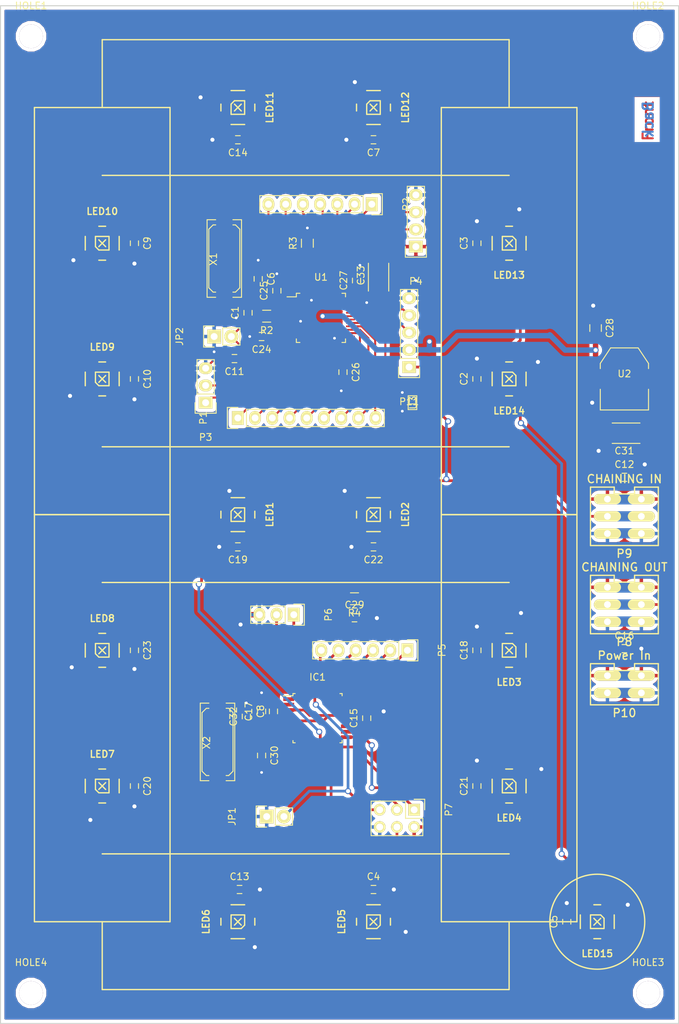
<source format=kicad_pcb>
(kicad_pcb (version 4) (host pcbnew 0.201510281901+6285~30~ubuntu15.04.1-product)
  (layers (0 F.Cu signal) (31 B.Cu signal) (34 B.Paste user) (35 F.Paste user) (36 B.SilkS user) (37 F.SilkS user) (38 B.Mask user) (39 F.Mask user) (44 Edge.Cuts user))
  (net 0 "")
  (net 1 GND)
  (net 2 "Net-(C1-Pad2)")
  (net 3 +5V)
  (net 4 "Net-(C6-Pad2)")
  (net 5 RESET_STM32)
  (net 6 +3V3)
  (net 7 RESET_AVR)
  (net 8 "Net-(C30-Pad1)")
  (net 9 "Net-(C32-Pad1)")
  (net 10 "Net-(IC1-Pad1)")
  (net 11 "Net-(IC1-Pad2)")
  (net 12 "Net-(IC1-Pad9)")
  (net 13 "Net-(IC1-Pad10)")
  (net 14 "Net-(IC1-Pad11)")
  (net 15 "Net-(IC1-Pad12)")
  (net 16 LEDS_IN)
  (net 17 "Net-(IC1-Pad14)")
  (net 18 "Net-(IC1-Pad15)")
  (net 19 "Net-(IC1-Pad16)")
  (net 20 "Net-(IC1-Pad17)")
  (net 21 "Net-(IC1-Pad19)")
  (net 22 "Net-(IC1-Pad22)")
  (net 23 "Net-(IC1-Pad23)")
  (net 24 "Net-(IC1-Pad24)")
  (net 25 "Net-(IC1-Pad25)")
  (net 26 "Net-(IC1-Pad26)")
  (net 27 "Net-(IC1-Pad27)")
  (net 28 "Net-(IC1-Pad28)")
  (net 29 "Net-(IC1-Pad30)")
  (net 30 "Net-(IC1-Pad31)")
  (net 31 "Net-(IC1-Pad32)")
  (net 32 "Net-(LED1-Pad2)")
  (net 33 "Net-(LED2-Pad2)")
  (net 34 "Net-(LED3-Pad2)")
  (net 35 "Net-(LED4-Pad2)")
  (net 36 "Net-(LED5-Pad2)")
  (net 37 "Net-(LED6-Pad2)")
  (net 38 "Net-(LED7-Pad2)")
  (net 39 "Net-(LED8-Pad2)")
  (net 40 "Net-(LED10-Pad4)")
  (net 41 "Net-(LED10-Pad2)")
  (net 42 "Net-(LED11-Pad2)")
  (net 43 "Net-(LED12-Pad2)")
  (net 44 "Net-(LED13-Pad2)")
  (net 45 "Net-(LED14-Pad2)")
  (net 46 LEDS_OUT)
  (net 47 "Net-(P1-Pad1)")
  (net 48 "Net-(P1-Pad2)")
  (net 49 "Net-(P1-Pad3)")
  (net 50 "Net-(P1-Pad4)")
  (net 51 "Net-(P1-Pad5)")
  (net 52 "Net-(P1-Pad6)")
  (net 53 "Net-(P1-Pad7)")
  (net 54 "Net-(P1-Pad8)")
  (net 55 "Net-(P1-Pad9)")
  (net 56 "Net-(P2-Pad1)")
  (net 57 "Net-(P2-Pad2)")
  (net 58 "Net-(P2-Pad3)")
  (net 59 "Net-(P2-Pad4)")
  (net 60 "Net-(P2-Pad5)")
  (net 61 "Net-(P2-Pad6)")
  (net 62 "Net-(P2-Pad7)")
  (net 63 "Net-(P3-Pad1)")
  (net 64 "Net-(P3-Pad2)")
  (net 65 "Net-(P4-Pad2)")
  (net 66 "Net-(P4-Pad3)")
  (net 67 "Net-(R2-Pad1)")
  (net 68 "Net-(R3-Pad1)")
  (net 69 "Net-(U1-Pad2)")
  (net 70 "Net-(U1-Pad3)")
  (net 71 "Net-(U1-Pad4)")
  (net 72 "Net-(U1-Pad10)")
  (net 73 "Net-(U1-Pad11)")
  (net 74 "Net-(U1-Pad14)")
  (net 75 "Net-(U1-Pad15)")
  (net 76 "Net-(U1-Pad16)")
  (net 77 "Net-(U1-Pad17)")
  (net 78 "Net-(U1-Pad30)")
  (net 79 "Net-(U1-Pad31)")
  (net 80 USBDM)
  (net 81 USBDP)
  (net 82 "Net-(U1-Pad38)")
  (net 83 LEDS_IN_3.3V)
  (module Capacitors_SMD:C_0805 (layer F.Cu) (at 117.25 72.5 270)
    (fp_text reference C28 (at 0 -2.1 270) (layer F.SilkS))
    (fp_text value 1µ)
    (pad 1 smd rect (at -1 0 270) (size 1 1.25) (layers F.Cu F.Paste F.Mask) (net 1 GND))
    (pad 2 smd rect (at 1 0 270) (size 1 1.25) (layers F.Cu F.Paste F.Mask) (net 6 +3V3))
  )
  (module Capacitors_Tantalum_SMD:TantalC_SizeB_EIA-3528_Reflow (layer F.Cu) (at 121.5 88 180)
    (fp_text reference C31 (at 0 -2.6 180) (layer F.SilkS))
    (fp_text value 10µ)
    (pad 2 smd rect (at 1.46 0 180) (size 1.8 2.23) (layers F.Cu F.Paste F.Mask) (net 1 GND))
    (pad 1 smd rect (at -1.46 0 180) (size 1.8 2.23) (layers F.Cu F.Paste F.Mask) (net 3 +5V))
  )
  (module Capacitors_Tantalum_SMD:TantalC_SizeB_EIA-3528_Reflow (layer F.Cu) (at 85.25 64.75 90)
    (fp_text reference C33 (at 0 -2.6 90) (layer F.SilkS))
    (fp_text value 10µ)
    (pad 2 smd rect (at 1.46 0 90) (size 1.8 2.23) (layers F.Cu F.Paste F.Mask) (net 1 GND))
    (pad 1 smd rect (at -1.46 0 90) (size 1.8 2.23) (layers F.Cu F.Paste F.Mask) (net 6 +3V3))
  )
  (module Housings_QFP:TQFP-32_7x7mm_Pitch0.8mm (layer F.Cu) (at 76.25 130)
    (fp_text reference IC1 (at 0 -6.05) (layer F.SilkS))
    (fp_text value ATMEGA328-A)
    (pad 1 smd rect (at -4.25 -2.8) (size 1.6 0.55) (layers F.Cu F.Paste F.Mask) (net 10 "Net-(IC1-Pad1)"))
    (pad 2 smd rect (at -4.25 -2) (size 1.6 0.55) (layers F.Cu F.Paste F.Mask) (net 11 "Net-(IC1-Pad2)"))
    (pad 3 smd rect (at -4.25 -1.2) (size 1.6 0.55) (layers F.Cu F.Paste F.Mask) (net 1 GND))
    (pad 4 smd rect (at -4.25 -0.4) (size 1.6 0.55) (layers F.Cu F.Paste F.Mask) (net 3 +5V))
    (pad 5 smd rect (at -4.25 0.4) (size 1.6 0.55) (layers F.Cu F.Paste F.Mask) (net 1 GND))
    (pad 6 smd rect (at -4.25 1.2) (size 1.6 0.55) (layers F.Cu F.Paste F.Mask) (net 3 +5V))
    (pad 7 smd rect (at -4.25 2) (size 1.6 0.55) (layers F.Cu F.Paste F.Mask) (net 9 "Net-(C32-Pad1)"))
    (pad 8 smd rect (at -4.25 2.8) (size 1.6 0.55) (layers F.Cu F.Paste F.Mask) (net 8 "Net-(C30-Pad1)"))
    (pad 9 smd rect (at -2.8 4.25 90) (size 1.6 0.55) (layers F.Cu F.Paste F.Mask) (net 12 "Net-(IC1-Pad9)"))
    (pad 10 smd rect (at -2 4.25 90) (size 1.6 0.55) (layers F.Cu F.Paste F.Mask) (net 13 "Net-(IC1-Pad10)"))
    (pad 11 smd rect (at -1.2 4.25 90) (size 1.6 0.55) (layers F.Cu F.Paste F.Mask) (net 14 "Net-(IC1-Pad11)"))
    (pad 12 smd rect (at -0.4 4.25 90) (size 1.6 0.55) (layers F.Cu F.Paste F.Mask) (net 15 "Net-(IC1-Pad12)"))
    (pad 13 smd rect (at 0.4 4.25 90) (size 1.6 0.55) (layers F.Cu F.Paste F.Mask) (net 16 LEDS_IN))
    (pad 14 smd rect (at 1.2 4.25 90) (size 1.6 0.55) (layers F.Cu F.Paste F.Mask) (net 17 "Net-(IC1-Pad14)"))
    (pad 15 smd rect (at 2 4.25 90) (size 1.6 0.55) (layers F.Cu F.Paste F.Mask) (net 18 "Net-(IC1-Pad15)"))
    (pad 16 smd rect (at 2.8 4.25 90) (size 1.6 0.55) (layers F.Cu F.Paste F.Mask) (net 19 "Net-(IC1-Pad16)"))
    (pad 17 smd rect (at 4.25 2.8) (size 1.6 0.55) (layers F.Cu F.Paste F.Mask) (net 20 "Net-(IC1-Pad17)"))
    (pad 18 smd rect (at 4.25 2) (size 1.6 0.55) (layers F.Cu F.Paste F.Mask) (net 3 +5V))
    (pad 19 smd rect (at 4.25 1.2) (size 1.6 0.55) (layers F.Cu F.Paste F.Mask) (net 21 "Net-(IC1-Pad19)"))
    (pad 20 smd rect (at 4.25 0.4) (size 1.6 0.55) (layers F.Cu F.Paste F.Mask) (net 3 +5V))
    (pad 21 smd rect (at 4.25 -0.4) (size 1.6 0.55) (layers F.Cu F.Paste F.Mask) (net 1 GND))
    (pad 22 smd rect (at 4.25 -1.2) (size 1.6 0.55) (layers F.Cu F.Paste F.Mask) (net 22 "Net-(IC1-Pad22)"))
    (pad 23 smd rect (at 4.25 -2) (size 1.6 0.55) (layers F.Cu F.Paste F.Mask) (net 23 "Net-(IC1-Pad23)"))
    (pad 24 smd rect (at 4.25 -2.8) (size 1.6 0.55) (layers F.Cu F.Paste F.Mask) (net 24 "Net-(IC1-Pad24)"))
    (pad 25 smd rect (at 2.8 -4.25 90) (size 1.6 0.55) (layers F.Cu F.Paste F.Mask) (net 25 "Net-(IC1-Pad25)"))
    (pad 26 smd rect (at 2 -4.25 90) (size 1.6 0.55) (layers F.Cu F.Paste F.Mask) (net 26 "Net-(IC1-Pad26)"))
    (pad 27 smd rect (at 1.2 -4.25 90) (size 1.6 0.55) (layers F.Cu F.Paste F.Mask) (net 27 "Net-(IC1-Pad27)"))
    (pad 28 smd rect (at 0.4 -4.25 90) (size 1.6 0.55) (layers F.Cu F.Paste F.Mask) (net 28 "Net-(IC1-Pad28)"))
    (pad 29 smd rect (at -0.4 -4.25 90) (size 1.6 0.55) (layers F.Cu F.Paste F.Mask) (net 7 RESET_AVR))
    (pad 30 smd rect (at -1.2 -4.25 90) (size 1.6 0.55) (layers F.Cu F.Paste F.Mask) (net 29 "Net-(IC1-Pad30)"))
    (pad 31 smd rect (at -2 -4.25 90) (size 1.6 0.55) (layers F.Cu F.Paste F.Mask) (net 30 "Net-(IC1-Pad31)"))
    (pad 32 smd rect (at -2.8 -4.25 90) (size 1.6 0.55) (layers F.Cu F.Paste F.Mask) (net 31 "Net-(IC1-Pad32)"))
  )
  (module WS2812B:WS2812B (layer F.Cu) (at 64.5 100 270)
    (fp_text reference LED1 (at 0 -4.7 270) (layer F.SilkS) (effects (font (thickness 0.2))))
    (fp_text value WS2812B hide)
    (pad 1 smd rect (at 1.65 -2.4 270) (size 1.4 1.8) (layers F.Cu F.Paste F.Mask) (net 3 +5V))
    (pad 2 smd rect (at -1.65 -2.4 270) (size 1.4 1.8) (layers F.Cu F.Paste F.Mask) (net 32 "Net-(LED1-Pad2)"))
    (pad 3 smd rect (at -1.65 2.4 270) (size 1.4 1.8) (layers F.Cu F.Paste F.Mask) (net 1 GND))
    (pad 4 smd rect (at 1.65 2.4 270) (size 1.4 1.8) (layers F.Cu F.Paste F.Mask) (net 16 LEDS_IN))
  )
  (module WS2812B:WS2812B (layer F.Cu) (at 84.5 100 270)
    (fp_text reference LED2 (at 0 -4.7 270) (layer F.SilkS) (effects (font (thickness 0.2))))
    (fp_text value WS2812B hide)
    (pad 1 smd rect (at 1.65 -2.4 270) (size 1.4 1.8) (layers F.Cu F.Paste F.Mask) (net 3 +5V))
    (pad 2 smd rect (at -1.65 -2.4 270) (size 1.4 1.8) (layers F.Cu F.Paste F.Mask) (net 33 "Net-(LED2-Pad2)"))
    (pad 3 smd rect (at -1.65 2.4 270) (size 1.4 1.8) (layers F.Cu F.Paste F.Mask) (net 1 GND))
    (pad 4 smd rect (at 1.65 2.4 270) (size 1.4 1.8) (layers F.Cu F.Paste F.Mask) (net 32 "Net-(LED1-Pad2)"))
  )
  (module WS2812B:WS2812B (layer F.Cu) (at 104.5 120 180)
    (fp_text reference LED3 (at 0 -4.7 180) (layer F.SilkS) (effects (font (thickness 0.2))))
    (fp_text value WS2812B hide)
    (pad 1 smd rect (at 1.65 -2.4 180) (size 1.4 1.8) (layers F.Cu F.Paste F.Mask) (net 3 +5V))
    (pad 2 smd rect (at -1.65 -2.4 180) (size 1.4 1.8) (layers F.Cu F.Paste F.Mask) (net 34 "Net-(LED3-Pad2)"))
    (pad 3 smd rect (at -1.65 2.4 180) (size 1.4 1.8) (layers F.Cu F.Paste F.Mask) (net 1 GND))
    (pad 4 smd rect (at 1.65 2.4 180) (size 1.4 1.8) (layers F.Cu F.Paste F.Mask) (net 33 "Net-(LED2-Pad2)"))
  )
  (module WS2812B:WS2812B (layer F.Cu) (at 104.5 140 180)
    (fp_text reference LED4 (at 0 -4.7 180) (layer F.SilkS) (effects (font (thickness 0.2))))
    (fp_text value WS2812B hide)
    (pad 1 smd rect (at 1.65 -2.4 180) (size 1.4 1.8) (layers F.Cu F.Paste F.Mask) (net 3 +5V))
    (pad 2 smd rect (at -1.65 -2.4 180) (size 1.4 1.8) (layers F.Cu F.Paste F.Mask) (net 35 "Net-(LED4-Pad2)"))
    (pad 3 smd rect (at -1.65 2.4 180) (size 1.4 1.8) (layers F.Cu F.Paste F.Mask) (net 1 GND))
    (pad 4 smd rect (at 1.65 2.4 180) (size 1.4 1.8) (layers F.Cu F.Paste F.Mask) (net 34 "Net-(LED3-Pad2)"))
  )
  (module WS2812B:WS2812B (layer F.Cu) (at 84.5 160 90)
    (fp_text reference LED5 (at 0 -4.7 90) (layer F.SilkS) (effects (font (thickness 0.2))))
    (fp_text value WS2812B hide)
    (pad 1 smd rect (at 1.65 -2.4 90) (size 1.4 1.8) (layers F.Cu F.Paste F.Mask) (net 3 +5V))
    (pad 2 smd rect (at -1.65 -2.4 90) (size 1.4 1.8) (layers F.Cu F.Paste F.Mask) (net 36 "Net-(LED5-Pad2)"))
    (pad 3 smd rect (at -1.65 2.4 90) (size 1.4 1.8) (layers F.Cu F.Paste F.Mask) (net 1 GND))
    (pad 4 smd rect (at 1.65 2.4 90) (size 1.4 1.8) (layers F.Cu F.Paste F.Mask) (net 35 "Net-(LED4-Pad2)"))
  )
  (module WS2812B:WS2812B (layer F.Cu) (at 64.5 160 90)
    (fp_text reference LED6 (at 0 -4.7 90) (layer F.SilkS) (effects (font (thickness 0.2))))
    (fp_text value WS2812B hide)
    (pad 1 smd rect (at 1.65 -2.4 90) (size 1.4 1.8) (layers F.Cu F.Paste F.Mask) (net 3 +5V))
    (pad 2 smd rect (at -1.65 -2.4 90) (size 1.4 1.8) (layers F.Cu F.Paste F.Mask) (net 37 "Net-(LED6-Pad2)"))
    (pad 3 smd rect (at -1.65 2.4 90) (size 1.4 1.8) (layers F.Cu F.Paste F.Mask) (net 1 GND))
    (pad 4 smd rect (at 1.65 2.4 90) (size 1.4 1.8) (layers F.Cu F.Paste F.Mask) (net 36 "Net-(LED5-Pad2)"))
  )
  (module WS2812B:WS2812B (layer F.Cu) (at 44.5 140)
    (fp_text reference LED7 (at 0 -4.7) (layer F.SilkS) (effects (font (thickness 0.2))))
    (fp_text value WS2812B hide)
    (pad 1 smd rect (at 1.65 -2.4) (size 1.4 1.8) (layers F.Cu F.Paste F.Mask) (net 3 +5V))
    (pad 2 smd rect (at -1.65 -2.4) (size 1.4 1.8) (layers F.Cu F.Paste F.Mask) (net 38 "Net-(LED7-Pad2)"))
    (pad 3 smd rect (at -1.65 2.4) (size 1.4 1.8) (layers F.Cu F.Paste F.Mask) (net 1 GND))
    (pad 4 smd rect (at 1.65 2.4) (size 1.4 1.8) (layers F.Cu F.Paste F.Mask) (net 37 "Net-(LED6-Pad2)"))
  )
  (module WS2812B:WS2812B (layer F.Cu) (at 44.5 120)
    (fp_text reference LED8 (at 0 -4.7) (layer F.SilkS) (effects (font (thickness 0.2))))
    (fp_text value WS2812B hide)
    (pad 1 smd rect (at 1.65 -2.4) (size 1.4 1.8) (layers F.Cu F.Paste F.Mask) (net 3 +5V))
    (pad 2 smd rect (at -1.65 -2.4) (size 1.4 1.8) (layers F.Cu F.Paste F.Mask) (net 39 "Net-(LED8-Pad2)"))
    (pad 3 smd rect (at -1.65 2.4) (size 1.4 1.8) (layers F.Cu F.Paste F.Mask) (net 1 GND))
    (pad 4 smd rect (at 1.65 2.4) (size 1.4 1.8) (layers F.Cu F.Paste F.Mask) (net 38 "Net-(LED7-Pad2)"))
  )
  (module WS2812B:WS2812B (layer F.Cu) (at 44.5 80)
    (fp_text reference LED9 (at 0 -4.7) (layer F.SilkS) (effects (font (thickness 0.2))))
    (fp_text value WS2812B hide)
    (pad 1 smd rect (at 1.65 -2.4) (size 1.4 1.8) (layers F.Cu F.Paste F.Mask) (net 3 +5V))
    (pad 2 smd rect (at -1.65 -2.4) (size 1.4 1.8) (layers F.Cu F.Paste F.Mask) (net 40 "Net-(LED10-Pad4)"))
    (pad 3 smd rect (at -1.65 2.4) (size 1.4 1.8) (layers F.Cu F.Paste F.Mask) (net 1 GND))
    (pad 4 smd rect (at 1.65 2.4) (size 1.4 1.8) (layers F.Cu F.Paste F.Mask) (net 39 "Net-(LED8-Pad2)"))
  )
  (module WS2812B:WS2812B (layer F.Cu) (at 44.5 60)
    (fp_text reference LED10 (at 0 -4.7) (layer F.SilkS) (effects (font (thickness 0.2))))
    (fp_text value WS2812B hide)
    (pad 1 smd rect (at 1.65 -2.4) (size 1.4 1.8) (layers F.Cu F.Paste F.Mask) (net 3 +5V))
    (pad 2 smd rect (at -1.65 -2.4) (size 1.4 1.8) (layers F.Cu F.Paste F.Mask) (net 41 "Net-(LED10-Pad2)"))
    (pad 3 smd rect (at -1.65 2.4) (size 1.4 1.8) (layers F.Cu F.Paste F.Mask) (net 1 GND))
    (pad 4 smd rect (at 1.65 2.4) (size 1.4 1.8) (layers F.Cu F.Paste F.Mask) (net 40 "Net-(LED10-Pad4)"))
  )
  (module WS2812B:WS2812B (layer F.Cu) (at 64.5 40 270)
    (fp_text reference LED11 (at 0 -4.7 270) (layer F.SilkS) (effects (font (thickness 0.2))))
    (fp_text value WS2812B hide)
    (pad 1 smd rect (at 1.65 -2.4 270) (size 1.4 1.8) (layers F.Cu F.Paste F.Mask) (net 3 +5V))
    (pad 2 smd rect (at -1.65 -2.4 270) (size 1.4 1.8) (layers F.Cu F.Paste F.Mask) (net 42 "Net-(LED11-Pad2)"))
    (pad 3 smd rect (at -1.65 2.4 270) (size 1.4 1.8) (layers F.Cu F.Paste F.Mask) (net 1 GND))
    (pad 4 smd rect (at 1.65 2.4 270) (size 1.4 1.8) (layers F.Cu F.Paste F.Mask) (net 41 "Net-(LED10-Pad2)"))
  )
  (module WS2812B:WS2812B (layer F.Cu) (at 84.5 40 270)
    (fp_text reference LED12 (at 0 -4.7 270) (layer F.SilkS) (effects (font (thickness 0.2))))
    (fp_text value WS2812B hide)
    (pad 1 smd rect (at 1.65 -2.4 270) (size 1.4 1.8) (layers F.Cu F.Paste F.Mask) (net 3 +5V))
    (pad 2 smd rect (at -1.65 -2.4 270) (size 1.4 1.8) (layers F.Cu F.Paste F.Mask) (net 43 "Net-(LED12-Pad2)"))
    (pad 3 smd rect (at -1.65 2.4 270) (size 1.4 1.8) (layers F.Cu F.Paste F.Mask) (net 1 GND))
    (pad 4 smd rect (at 1.65 2.4 270) (size 1.4 1.8) (layers F.Cu F.Paste F.Mask) (net 42 "Net-(LED11-Pad2)"))
  )
  (module WS2812B:WS2812B (layer F.Cu) (at 104.5 60 180)
    (fp_text reference LED13 (at 0 -4.7 180) (layer F.SilkS) (effects (font (thickness 0.2))))
    (fp_text value WS2812B hide)
    (pad 1 smd rect (at 1.65 -2.4 180) (size 1.4 1.8) (layers F.Cu F.Paste F.Mask) (net 3 +5V))
    (pad 2 smd rect (at -1.65 -2.4 180) (size 1.4 1.8) (layers F.Cu F.Paste F.Mask) (net 44 "Net-(LED13-Pad2)"))
    (pad 3 smd rect (at -1.65 2.4 180) (size 1.4 1.8) (layers F.Cu F.Paste F.Mask) (net 1 GND))
    (pad 4 smd rect (at 1.65 2.4 180) (size 1.4 1.8) (layers F.Cu F.Paste F.Mask) (net 43 "Net-(LED12-Pad2)"))
  )
  (module WS2812B:WS2812B (layer F.Cu) (at 104.5 80 180)
    (fp_text reference LED14 (at 0 -4.7 180) (layer F.SilkS) (effects (font (thickness 0.2))))
    (fp_text value WS2812B hide)
    (pad 1 smd rect (at 1.65 -2.4 180) (size 1.4 1.8) (layers F.Cu F.Paste F.Mask) (net 3 +5V))
    (pad 2 smd rect (at -1.65 -2.4 180) (size 1.4 1.8) (layers F.Cu F.Paste F.Mask) (net 45 "Net-(LED14-Pad2)"))
    (pad 3 smd rect (at -1.65 2.4 180) (size 1.4 1.8) (layers F.Cu F.Paste F.Mask) (net 1 GND))
    (pad 4 smd rect (at 1.65 2.4 180) (size 1.4 1.8) (layers F.Cu F.Paste F.Mask) (net 44 "Net-(LED13-Pad2)"))
  )
  (module WS2812B:WS2812B_data-bridgeable (layer F.Cu) (at 117.5 160 180)
    (fp_text reference LED15 (at 0 -4.7 180) (layer F.SilkS) (effects (font (thickness 0.2))))
    (fp_text value WS2812B hide)
    (pad 1 smd rect (at 1.65 -2.4 180) (size 1.4 1.8) (layers F.Cu F.Paste F.Mask) (net 3 +5V))
    (pad 2 smd rect (at -1.65 -2.4 180) (size 1.4 1.8) (layers F.Cu F.Paste F.Mask) (net 46 LEDS_OUT))
    (pad 3 smd rect (at -1.65 2.4 180) (size 1.4 1.8) (layers F.Cu F.Paste F.Mask) (net 1 GND))
    (pad 4 smd rect (at 1.65 2.4 180) (size 1.4 1.8) (layers F.Cu F.Paste F.Mask) (net 45 "Net-(LED14-Pad2)"))
    (pad 4 smd rect (at 1.6 1 180) (size 0.5 3) (layers F.Cu) (net 45 "Net-(LED14-Pad2)"))
    (pad 2 smd rect (at -1 0 180) (size 1.7 1) (layers F.Cu) (net 46 LEDS_OUT))
    (pad 4 smd rect (at 1 0 180) (size 1.7 1) (layers F.Cu) (net 45 "Net-(LED14-Pad2)"))
    (pad 2 smd rect (at -1.6 -1 180) (size 0.5 3) (layers F.Cu) (net 46 LEDS_OUT))
    (pad 4 smd rect (at 0.4 0 180) (size 0.5 1) (layers F.Cu F.Mask) (net 45 "Net-(LED14-Pad2)"))
    (pad 2 smd rect (at -0.4 0 180) (size 0.5 1) (layers F.Cu F.Mask) (net 46 LEDS_OUT))
    (pad 2 smd rect (at -1.6 -0.3 180) (size 0.5 1.6) (layers F.Cu) (net 46 LEDS_OUT))
    (pad 4 smd rect (at 1.6 0.3 180) (size 0.5 1.6) (layers F.Cu) (net 45 "Net-(LED14-Pad2)"))
  )
  (module Pin_Headers:Pin_Header_Straight_1x03 (layer F.Cu) (at 59.75 83.5 180)
    (fp_text reference P3 (at 0 -5.1 180) (layer F.SilkS))
    (fp_text value "RS232 STM32")
    (pad 1 thru_hole rect (at 0 0 180) (size 2.032 1.7272) (drill 1.016) (layers *.Cu *.Mask F.SilkS) (net 63 "Net-(P3-Pad1)"))
    (pad 2 thru_hole oval (at 0 2.54 180) (size 2.032 1.7272) (drill 1.016) (layers *.Cu *.Mask F.SilkS) (net 64 "Net-(P3-Pad2)"))
    (pad 3 thru_hole oval (at 0 5.08 180) (size 2.032 1.7272) (drill 1.016) (layers *.Cu *.Mask F.SilkS) (net 1 GND))
  )
  (module Pin_Headers:Pin_Header_Straight_1x04 (layer F.Cu) (at 90.75 60.5 180)
    (fp_text reference P4 (at 0 -5.1 180) (layer F.SilkS))
    (fp_text value SWD)
    (pad 1 thru_hole rect (at 0 0 180) (size 2.032 1.7272) (drill 1.016) (layers *.Cu *.Mask F.SilkS) (net 6 +3V3))
    (pad 2 thru_hole oval (at 0 2.54 180) (size 2.032 1.7272) (drill 1.016) (layers *.Cu *.Mask F.SilkS) (net 65 "Net-(P4-Pad2)"))
    (pad 3 thru_hole oval (at 0 5.08 180) (size 2.032 1.7272) (drill 1.016) (layers *.Cu *.Mask F.SilkS) (net 66 "Net-(P4-Pad3)"))
    (pad 4 thru_hole oval (at 0 7.62 180) (size 2.032 1.7272) (drill 1.016) (layers *.Cu *.Mask F.SilkS) (net 1 GND))
  )
  (module Pin_Headers:Pin_Header_Straight_2x03 (layer F.Cu) (at 90.5 143.5 270)
    (fp_text reference P7 (at 0 -5.1 270) (layer F.SilkS))
    (fp_text value ISP)
    (pad 1 thru_hole rect (at 0 0 270) (size 1.7272 1.7272) (drill 1.016) (layers *.Cu *.Mask F.SilkS) (net 19 "Net-(IC1-Pad16)"))
    (pad 2 thru_hole oval (at 2.54 0 270) (size 1.7272 1.7272) (drill 1.016) (layers *.Cu *.Mask F.SilkS) (net 3 +5V))
    (pad 3 thru_hole oval (at 0 2.54 270) (size 1.7272 1.7272) (drill 1.016) (layers *.Cu *.Mask F.SilkS) (net 20 "Net-(IC1-Pad17)"))
    (pad 4 thru_hole oval (at 2.54 2.54 270) (size 1.7272 1.7272) (drill 1.016) (layers *.Cu *.Mask F.SilkS) (net 18 "Net-(IC1-Pad15)"))
    (pad 5 thru_hole oval (at 0 5.08 270) (size 1.7272 1.7272) (drill 1.016) (layers *.Cu *.Mask F.SilkS) (net 7 RESET_AVR))
    (pad 6 thru_hole oval (at 2.54 5.08 270) (size 1.7272 1.7272) (drill 1.016) (layers *.Cu *.Mask F.SilkS) (net 1 GND))
  )
  (module Resistors_SMD:R_0805 (layer F.Cu) (at 68.75 70.75 180)
    (fp_text reference R2 (at 0 -2.1 180) (layer F.SilkS))
    (fp_text value 390R)
    (pad 1 smd rect (at -0.95 0 180) (size 0.7 1.3) (layers F.Cu F.Paste F.Mask) (net 67 "Net-(R2-Pad1)"))
    (pad 2 smd rect (at 0.95 0 180) (size 0.7 1.3) (layers F.Cu F.Paste F.Mask) (net 2 "Net-(C1-Pad2)"))
  )
  (module Resistors_SMD:R_0805 (layer F.Cu) (at 74.75 60 90)
    (fp_text reference R3 (at 0 -2.1 90) (layer F.SilkS))
    (fp_text value R_Small)
    (pad 1 smd rect (at -0.95 0 90) (size 0.7 1.3) (layers F.Cu F.Paste F.Mask) (net 68 "Net-(R3-Pad1)"))
    (pad 2 smd rect (at 0.95 0 90) (size 0.7 1.3) (layers F.Cu F.Paste F.Mask) (net 1 GND))
  )
  (module Resistors_SMD:R_0805 (layer F.Cu) (at 81.7 112.4 180)
    (fp_text reference R4 (at 0 -2.1 180) (layer F.SilkS))
    (fp_text value 10k)
    (pad 1 smd rect (at -0.95 0 180) (size 0.7 1.3) (layers F.Cu F.Paste F.Mask) (net 3 +5V))
    (pad 2 smd rect (at 0.95 0 180) (size 0.7 1.3) (layers F.Cu F.Paste F.Mask) (net 7 RESET_AVR))
  )
  (module Housings_QFP:LQFP-48_7x7mm_Pitch0.5mm (layer F.Cu) (at 76.75 71)
    (fp_text reference U1 (at 0 -6) (layer F.SilkS))
    (fp_text value STM32F103C8)
    (pad 1 smd rect (at -4.35 -2.75) (size 1.3 0.25) (layers F.Cu F.Paste F.Mask) (net 6 +3V3))
    (pad 2 smd rect (at -4.35 -2.25) (size 1.3 0.25) (layers F.Cu F.Paste F.Mask) (net 69 "Net-(U1-Pad2)"))
    (pad 3 smd rect (at -4.35 -1.75) (size 1.3 0.25) (layers F.Cu F.Paste F.Mask) (net 70 "Net-(U1-Pad3)"))
    (pad 4 smd rect (at -4.35 -1.25) (size 1.3 0.25) (layers F.Cu F.Paste F.Mask) (net 71 "Net-(U1-Pad4)"))
    (pad 5 smd rect (at -4.35 -0.75) (size 1.3 0.25) (layers F.Cu F.Paste F.Mask) (net 4 "Net-(C6-Pad2)"))
    (pad 6 smd rect (at -4.35 -0.25) (size 1.3 0.25) (layers F.Cu F.Paste F.Mask) (net 67 "Net-(R2-Pad1)"))
    (pad 7 smd rect (at -4.35 0.25) (size 1.3 0.25) (layers F.Cu F.Paste F.Mask) (net 5 RESET_STM32))
    (pad 8 smd rect (at -4.35 0.75) (size 1.3 0.25) (layers F.Cu F.Paste F.Mask) (net 1 GND))
    (pad 9 smd rect (at -4.35 1.25) (size 1.3 0.25) (layers F.Cu F.Paste F.Mask) (net 6 +3V3))
    (pad 10 smd rect (at -4.35 1.75) (size 1.3 0.25) (layers F.Cu F.Paste F.Mask) (net 72 "Net-(U1-Pad10)"))
    (pad 11 smd rect (at -4.35 2.25) (size 1.3 0.25) (layers F.Cu F.Paste F.Mask) (net 73 "Net-(U1-Pad11)"))
    (pad 12 smd rect (at -4.35 2.75) (size 1.3 0.25) (layers F.Cu F.Paste F.Mask) (net 64 "Net-(P3-Pad2)"))
    (pad 13 smd rect (at -2.75 4.35 90) (size 1.3 0.25) (layers F.Cu F.Paste F.Mask) (net 63 "Net-(P3-Pad1)"))
    (pad 14 smd rect (at -2.25 4.35 90) (size 1.3 0.25) (layers F.Cu F.Paste F.Mask) (net 74 "Net-(U1-Pad14)"))
    (pad 15 smd rect (at -1.75 4.35 90) (size 1.3 0.25) (layers F.Cu F.Paste F.Mask) (net 75 "Net-(U1-Pad15)"))
    (pad 16 smd rect (at -1.25 4.35 90) (size 1.3 0.25) (layers F.Cu F.Paste F.Mask) (net 76 "Net-(U1-Pad16)"))
    (pad 17 smd rect (at -0.75 4.35 90) (size 1.3 0.25) (layers F.Cu F.Paste F.Mask) (net 77 "Net-(U1-Pad17)"))
    (pad 18 smd rect (at -0.25 4.35 90) (size 1.3 0.25) (layers F.Cu F.Paste F.Mask) (net 47 "Net-(P1-Pad1)"))
    (pad 19 smd rect (at 0.25 4.35 90) (size 1.3 0.25) (layers F.Cu F.Paste F.Mask) (net 48 "Net-(P1-Pad2)"))
    (pad 20 smd rect (at 0.75 4.35 90) (size 1.3 0.25) (layers F.Cu F.Paste F.Mask) (net 49 "Net-(P1-Pad3)"))
    (pad 21 smd rect (at 1.25 4.35 90) (size 1.3 0.25) (layers F.Cu F.Paste F.Mask) (net 50 "Net-(P1-Pad4)"))
    (pad 22 smd rect (at 1.75 4.35 90) (size 1.3 0.25) (layers F.Cu F.Paste F.Mask) (net 51 "Net-(P1-Pad5)"))
    (pad 23 smd rect (at 2.25 4.35 90) (size 1.3 0.25) (layers F.Cu F.Paste F.Mask) (net 1 GND))
    (pad 24 smd rect (at 2.75 4.35 90) (size 1.3 0.25) (layers F.Cu F.Paste F.Mask) (net 6 +3V3))
    (pad 25 smd rect (at 4.35 2.75) (size 1.3 0.25) (layers F.Cu F.Paste F.Mask) (net 52 "Net-(P1-Pad6)"))
    (pad 26 smd rect (at 4.35 2.25) (size 1.3 0.25) (layers F.Cu F.Paste F.Mask) (net 53 "Net-(P1-Pad7)"))
    (pad 27 smd rect (at 4.35 1.75) (size 1.3 0.25) (layers F.Cu F.Paste F.Mask) (net 54 "Net-(P1-Pad8)"))
    (pad 28 smd rect (at 4.35 1.25) (size 1.3 0.25) (layers F.Cu F.Paste F.Mask) (net 55 "Net-(P1-Pad9)"))
    (pad 29 smd rect (at 4.35 0.75) (size 1.3 0.25) (layers F.Cu F.Paste F.Mask) (net 83 LEDS_IN_3.3V))
    (pad 30 smd rect (at 4.35 0.25) (size 1.3 0.25) (layers F.Cu F.Paste F.Mask) (net 78 "Net-(U1-Pad30)"))
    (pad 31 smd rect (at 4.35 -0.25) (size 1.3 0.25) (layers F.Cu F.Paste F.Mask) (net 79 "Net-(U1-Pad31)"))
    (pad 32 smd rect (at 4.35 -0.75) (size 1.3 0.25) (layers F.Cu F.Paste F.Mask) (net 80 USBDM))
    (pad 33 smd rect (at 4.35 -1.25) (size 1.3 0.25) (layers F.Cu F.Paste F.Mask) (net 81 USBDP))
    (pad 34 smd rect (at 4.35 -1.75) (size 1.3 0.25) (layers F.Cu F.Paste F.Mask) (net 65 "Net-(P4-Pad2)"))
    (pad 35 smd rect (at 4.35 -2.25) (size 1.3 0.25) (layers F.Cu F.Paste F.Mask) (net 1 GND))
    (pad 36 smd rect (at 4.35 -2.75) (size 1.3 0.25) (layers F.Cu F.Paste F.Mask) (net 6 +3V3))
    (pad 37 smd rect (at 2.75 -4.35 90) (size 1.3 0.25) (layers F.Cu F.Paste F.Mask) (net 66 "Net-(P4-Pad3)"))
    (pad 38 smd rect (at 2.25 -4.35 90) (size 1.3 0.25) (layers F.Cu F.Paste F.Mask) (net 82 "Net-(U1-Pad38)"))
    (pad 39 smd rect (at 1.75 -4.35 90) (size 1.3 0.25) (layers F.Cu F.Paste F.Mask) (net 56 "Net-(P2-Pad1)"))
    (pad 40 smd rect (at 1.25 -4.35 90) (size 1.3 0.25) (layers F.Cu F.Paste F.Mask) (net 57 "Net-(P2-Pad2)"))
    (pad 41 smd rect (at 0.75 -4.35 90) (size 1.3 0.25) (layers F.Cu F.Paste F.Mask) (net 58 "Net-(P2-Pad3)"))
    (pad 42 smd rect (at 0.25 -4.35 90) (size 1.3 0.25) (layers F.Cu F.Paste F.Mask) (net 59 "Net-(P2-Pad4)"))
    (pad 43 smd rect (at -0.25 -4.35 90) (size 1.3 0.25) (layers F.Cu F.Paste F.Mask) (net 60 "Net-(P2-Pad5)"))
    (pad 44 smd rect (at -0.75 -4.35 90) (size 1.3 0.25) (layers F.Cu F.Paste F.Mask) (net 68 "Net-(R3-Pad1)"))
    (pad 45 smd rect (at -1.25 -4.35 90) (size 1.3 0.25) (layers F.Cu F.Paste F.Mask) (net 61 "Net-(P2-Pad6)"))
    (pad 46 smd rect (at -1.75 -4.35 90) (size 1.3 0.25) (layers F.Cu F.Paste F.Mask) (net 62 "Net-(P2-Pad7)"))
    (pad 47 smd rect (at -2.25 -4.35 90) (size 1.3 0.25) (layers F.Cu F.Paste F.Mask) (net 1 GND))
    (pad 48 smd rect (at -2.75 -4.35 90) (size 1.3 0.25) (layers F.Cu F.Paste F.Mask) (net 6 +3V3))
  )
  (module TO_SOT_Packages_SMD:SOT-223 (layer F.Cu) (at 121.5 80)
    (fp_text reference U2 (at 0 -0.762) (layer F.SilkS))
    (fp_text value NCP1117ST33T3G)
    (pad 4 smd rect (at 0 -3.302) (size 3.6576 2.032) (layers F.Cu F.Paste F.Mask))
    (pad 2 smd rect (at 0 3.302) (size 1.016 2.032) (layers F.Cu F.Paste F.Mask) (net 6 +3V3))
    (pad 3 smd rect (at 2.286 3.302) (size 1.016 2.032) (layers F.Cu F.Paste F.Mask) (net 3 +5V))
    (pad 1 smd rect (at -2.286 3.302) (size 1.016 2.032) (layers F.Cu F.Paste F.Mask) (net 1 GND))
  )
  (module Crystals:Q_49U3HMS (layer F.Cu) (at 62.5 62.25 90)
    (fp_text reference X1 (at -0.1 -1.6 90) (layer F.SilkS))
    (fp_text value 8MHz)
    (pad 1 smd rect (at -4.699 0 90) (size 5.4991 1.99898) (layers F.Cu F.Paste F.Mask) (net 2 "Net-(C1-Pad2)"))
    (pad 2 smd rect (at 4.699 0 90) (size 5.4991 1.99898) (layers F.Cu F.Paste F.Mask) (net 4 "Net-(C6-Pad2)"))
  )
  (module Crystals:Q_49U3HMS (layer F.Cu) (at 61.5 133.5 90)
    (fp_text reference X2 (at -0.1 -1.6 90) (layer F.SilkS))
    (fp_text value 16MHz)
    (pad 1 smd rect (at -4.699 0 90) (size 5.4991 1.99898) (layers F.Cu F.Paste F.Mask) (net 8 "Net-(C30-Pad1)"))
    (pad 2 smd rect (at 4.699 0 90) (size 5.4991 1.99898) (layers F.Cu F.Paste F.Mask) (net 9 "Net-(C32-Pad1)"))
  )
  (module TO_SOT_Packages_SMD:SOT-353 (layer F.Cu) (at 90.25 83.5)
    (fp_text reference U3 (at 0.09906 0 90) (layer F.SilkS))
    (fp_text value 74AHCT1G125)
    (pad 1 smd rect (at -1.016 -0.635) (size 0.508 0.3048) (layers F.Cu F.Paste F.Mask) (net 1 GND))
    (pad 3 smd rect (at -1.016 0.635) (size 0.508 0.3048) (layers F.Cu F.Paste F.Mask) (net 1 GND))
    (pad 5 smd rect (at 1.016 -0.635) (size 0.508 0.3048) (layers F.Cu F.Paste F.Mask) (net 3 +5V))
    (pad 2 smd rect (at -1.016 0) (size 0.508 0.3048) (layers F.Cu F.Paste F.Mask) (net 83 LEDS_IN_3.3V))
    (pad 4 smd rect (at 1.016 0.635) (size 0.508 0.3048) (layers F.Cu F.Paste F.Mask) (net 16 LEDS_IN))
  )
  (module Pin_Headers:Pin_Header_Straight_1x05 (layer F.Cu) (at 89.75 78.25 180)
    (fp_text reference P11 (at 0 -5.1 180) (layer F.SilkS))
    (fp_text value "USB STM32")
    (pad 1 thru_hole rect (at 0 0 180) (size 2.032 1.7272) (drill 1.016) (layers *.Cu *.Mask F.SilkS) (net 3 +5V))
    (pad 2 thru_hole oval (at 0 2.54 180) (size 2.032 1.7272) (drill 1.016) (layers *.Cu *.Mask F.SilkS) (net 6 +3V3))
    (pad 3 thru_hole oval (at 0 5.08 180) (size 2.032 1.7272) (drill 1.016) (layers *.Cu *.Mask F.SilkS) (net 80 USBDM))
    (pad 4 thru_hole oval (at 0 7.62 180) (size 2.032 1.7272) (drill 1.016) (layers *.Cu *.Mask F.SilkS) (net 81 USBDP))
    (pad 5 thru_hole oval (at 0 10.16 180) (size 2.032 1.7272) (drill 1.016) (layers *.Cu *.Mask F.SilkS) (net 1 GND))
  )
  (module Sockets_WAGO233:WAGO233-3 (layer F.Cu) (at 121.5 113.25)
    (fp_text reference P8 (at 0 5.502) (layer F.SilkS) (effects (font (size 1.2 1.2) (thickness 0.2))))
    (fp_text value "CHAINING OUT" (at 0 -5.502) (layer F.SilkS) (effects (font (size 1.2 1.2) (thickness 0.2))))
    (fp_line (start -1 2.5) (end 1 2.5) (layer B.Cu) (width 1.5))
    (fp_line (start -1 0) (end 1 0) (layer B.Cu) (width 1.5))
    (fp_line (start -1 -2.5) (end 1 -2.5) (layer B.Cu) (width 1.5))
    (pad 1 thru_hole oval (at -2.5 -2.54) (size 4 1.524) (drill 1) (layers *.Cu *.Mask F.SilkS) (net 3 +5V))
    (pad 2 thru_hole oval (at -2.5 0) (size 4 1.524) (drill 1) (layers *.Cu *.Mask F.SilkS) (net 46 LEDS_OUT))
    (pad 3 thru_hole oval (at -2.5 2.54) (size 4 1.524) (drill 1) (layers *.Cu *.Mask F.SilkS) (net 1 GND))
    (pad 1 thru_hole oval (at 2.5 -2.54) (size 4 1.524) (drill 1) (layers *.Cu *.Mask F.SilkS) (net 3 +5V))
    (pad 2 thru_hole oval (at 2.5 0) (size 4 1.524) (drill 1) (layers *.Cu *.Mask F.SilkS) (net 46 LEDS_OUT))
    (pad 3 thru_hole oval (at 2.5 2.54) (size 4 1.524) (drill 1) (layers *.Cu *.Mask F.SilkS) (net 1 GND))
  )
  (module Sockets_WAGO233:WAGO233-3 (layer F.Cu) (at 121.5 100.25)
    (fp_text reference P9 (at 0 5.502) (layer F.SilkS) (effects (font (size 1.2 1.2) (thickness 0.2))))
    (fp_text value "CHAINING IN" (at 0 -5.502) (layer F.SilkS) (effects (font (size 1.2 1.2) (thickness 0.2))))
    (fp_line (start -1 2.5) (end 1 2.5) (layer B.Cu) (width 1.5))
    (fp_line (start -1 0) (end 1 0) (layer B.Cu) (width 1.5))
    (fp_line (start -1 -2.5) (end 1 -2.5) (layer B.Cu) (width 1.5))
    (pad 1 thru_hole oval (at -2.5 -2.54) (size 4 1.524) (drill 1) (layers *.Cu *.Mask F.SilkS) (net 3 +5V))
    (pad 2 thru_hole oval (at -2.5 0) (size 4 1.524) (drill 1) (layers *.Cu *.Mask F.SilkS) (net 16 LEDS_IN))
    (pad 3 thru_hole oval (at -2.5 2.54) (size 4 1.524) (drill 1) (layers *.Cu *.Mask F.SilkS) (net 1 GND))
    (pad 1 thru_hole oval (at 2.5 -2.54) (size 4 1.524) (drill 1) (layers *.Cu *.Mask F.SilkS) (net 3 +5V))
    (pad 2 thru_hole oval (at 2.5 0) (size 4 1.524) (drill 1) (layers *.Cu *.Mask F.SilkS) (net 16 LEDS_IN))
    (pad 3 thru_hole oval (at 2.5 2.54) (size 4 1.524) (drill 1) (layers *.Cu *.Mask F.SilkS) (net 1 GND))
  )
  (module Sockets_WAGO233:WAGO233-2 (layer F.Cu) (at 121.5 125)
    (fp_text reference P10 (at 0 4.232) (layer F.SilkS) (effects (font (size 1.2 1.2) (thickness 0.2))))
    (fp_text value "Power In" (at 0 -4.232) (layer F.SilkS) (effects (font (size 1.2 1.2) (thickness 0.2))))
    (fp_line (start -1 1.27) (end 1 1.27) (layer B.Cu) (width 1.5))
    (fp_line (start -1 -1.27) (end 1 -1.27) (layer B.Cu) (width 1.5))
    (pad 1 thru_hole oval (at -2.5 -1.27) (size 4 1.524) (drill 1) (layers *.Cu *.Mask F.SilkS) (net 3 +5V))
    (pad 2 thru_hole oval (at -2.5 1.27) (size 4 1.524) (drill 1) (layers *.Cu *.Mask F.SilkS) (net 1 GND))
    (pad 1 thru_hole oval (at 2.5 -1.27) (size 4 1.524) (drill 1) (layers *.Cu *.Mask F.SilkS) (net 3 +5V))
    (pad 2 thru_hole oval (at 2.5 1.27) (size 4 1.524) (drill 1) (layers *.Cu *.Mask F.SilkS) (net 1 GND))
  )
  (module Pin_Headers:Pin_Header_Straight_1x09 (layer F.Cu) (at 64.5 85.75 90)
    (fp_text reference P1 (at 0 -5.1 90) (layer F.SilkS))
    (fp_text value "GPIO1 STM32")
    (pad 1 thru_hole rect (at 0 0 90) (size 2.032 1.7272) (drill 1.016) (layers *.Cu *.Mask F.SilkS) (net 47 "Net-(P1-Pad1)"))
    (pad 2 thru_hole oval (at 0 2.54 90) (size 2.032 1.7272) (drill 1.016) (layers *.Cu *.Mask F.SilkS) (net 48 "Net-(P1-Pad2)"))
    (pad 3 thru_hole oval (at 0 5.08 90) (size 2.032 1.7272) (drill 1.016) (layers *.Cu *.Mask F.SilkS) (net 49 "Net-(P1-Pad3)"))
    (pad 4 thru_hole oval (at 0 7.62 90) (size 2.032 1.7272) (drill 1.016) (layers *.Cu *.Mask F.SilkS) (net 50 "Net-(P1-Pad4)"))
    (pad 5 thru_hole oval (at 0 10.16 90) (size 2.032 1.7272) (drill 1.016) (layers *.Cu *.Mask F.SilkS) (net 51 "Net-(P1-Pad5)"))
    (pad 6 thru_hole oval (at 0 12.7 90) (size 2.032 1.7272) (drill 1.016) (layers *.Cu *.Mask F.SilkS) (net 52 "Net-(P1-Pad6)"))
    (pad 7 thru_hole oval (at 0 15.24 90) (size 2.032 1.7272) (drill 1.016) (layers *.Cu *.Mask F.SilkS) (net 53 "Net-(P1-Pad7)"))
    (pad 8 thru_hole oval (at 0 17.78 90) (size 2.032 1.7272) (drill 1.016) (layers *.Cu *.Mask F.SilkS) (net 54 "Net-(P1-Pad8)"))
    (pad 9 thru_hole oval (at 0 20.32 90) (size 2.032 1.7272) (drill 1.016) (layers *.Cu *.Mask F.SilkS) (net 55 "Net-(P1-Pad9)"))
  )
  (module Pin_Headers:Pin_Header_Straight_1x07 (layer F.Cu) (at 84.25 54.25 270)
    (fp_text reference P2 (at 0 -5.1 270) (layer F.SilkS))
    (fp_text value "GPIO2 STM32")
    (pad 1 thru_hole rect (at 0 0 270) (size 2.032 1.7272) (drill 1.016) (layers *.Cu *.Mask F.SilkS) (net 56 "Net-(P2-Pad1)"))
    (pad 2 thru_hole oval (at 0 2.54 270) (size 2.032 1.7272) (drill 1.016) (layers *.Cu *.Mask F.SilkS) (net 57 "Net-(P2-Pad2)"))
    (pad 3 thru_hole oval (at 0 5.08 270) (size 2.032 1.7272) (drill 1.016) (layers *.Cu *.Mask F.SilkS) (net 58 "Net-(P2-Pad3)"))
    (pad 4 thru_hole oval (at 0 7.62 270) (size 2.032 1.7272) (drill 1.016) (layers *.Cu *.Mask F.SilkS) (net 59 "Net-(P2-Pad4)"))
    (pad 5 thru_hole oval (at 0 10.16 270) (size 2.032 1.7272) (drill 1.016) (layers *.Cu *.Mask F.SilkS) (net 60 "Net-(P2-Pad5)"))
    (pad 6 thru_hole oval (at 0 12.7 270) (size 2.032 1.7272) (drill 1.016) (layers *.Cu *.Mask F.SilkS) (net 61 "Net-(P2-Pad6)"))
    (pad 7 thru_hole oval (at 0 15.24 270) (size 2.032 1.7272) (drill 1.016) (layers *.Cu *.Mask F.SilkS) (net 62 "Net-(P2-Pad7)"))
  )
  (module Pin_Headers:Pin_Header_Straight_1x06 (layer F.Cu) (at 89.5 120 270)
    (fp_text reference P5 (at 0 -5.1 270) (layer F.SilkS))
    (fp_text value "GPIO1 AVR")
    (pad 1 thru_hole rect (at 0 0 270) (size 2.032 1.7272) (drill 1.016) (layers *.Cu *.Mask F.SilkS) (net 23 "Net-(IC1-Pad23)"))
    (pad 2 thru_hole oval (at 0 2.54 270) (size 2.032 1.7272) (drill 1.016) (layers *.Cu *.Mask F.SilkS) (net 24 "Net-(IC1-Pad24)"))
    (pad 3 thru_hole oval (at 0 5.08 270) (size 2.032 1.7272) (drill 1.016) (layers *.Cu *.Mask F.SilkS) (net 25 "Net-(IC1-Pad25)"))
    (pad 4 thru_hole oval (at 0 7.62 270) (size 2.032 1.7272) (drill 1.016) (layers *.Cu *.Mask F.SilkS) (net 26 "Net-(IC1-Pad26)"))
    (pad 5 thru_hole oval (at 0 10.16 270) (size 2.032 1.7272) (drill 1.016) (layers *.Cu *.Mask F.SilkS) (net 27 "Net-(IC1-Pad27)"))
    (pad 6 thru_hole oval (at 0 12.7 270) (size 2.032 1.7272) (drill 1.016) (layers *.Cu *.Mask F.SilkS) (net 28 "Net-(IC1-Pad28)"))
  )
  (module Pin_Headers:Pin_Header_Straight_1x03 (layer F.Cu) (at 72.75 114.75 270)
    (fp_text reference P6 (at 0 -5.1 270) (layer F.SilkS))
    (fp_text value "RS232 AVR")
    (pad 1 thru_hole rect (at 0 0 270) (size 2.032 1.7272) (drill 1.016) (layers *.Cu *.Mask F.SilkS) (net 29 "Net-(IC1-Pad30)"))
    (pad 2 thru_hole oval (at 0 2.54 270) (size 2.032 1.7272) (drill 1.016) (layers *.Cu *.Mask F.SilkS) (net 30 "Net-(IC1-Pad31)"))
    (pad 3 thru_hole oval (at 0 5.08 270) (size 2.032 1.7272) (drill 1.016) (layers *.Cu *.Mask F.SilkS) (net 1 GND))
  )
  (module Capacitors_SMD:C_0603 (layer F.Cu) (at 66 70.25 90)
    (fp_text reference C1 (at 0 -1.9 90) (layer F.SilkS))
    (fp_text value 12p)
    (pad 1 smd rect (at -0.75 0 90) (size 0.8 0.75) (layers F.Cu F.Paste F.Mask) (net 1 GND))
    (pad 2 smd rect (at 0.75 0 90) (size 0.8 0.75) (layers F.Cu F.Paste F.Mask) (net 2 "Net-(C1-Pad2)"))
  )
  (module Capacitors_SMD:C_0603 (layer F.Cu) (at 99.75 80 90)
    (fp_text reference C2 (at 0 -1.9 90) (layer F.SilkS))
    (fp_text value 100n)
    (pad 1 smd rect (at -0.75 0 90) (size 0.8 0.75) (layers F.Cu F.Paste F.Mask) (net 3 +5V))
    (pad 2 smd rect (at 0.75 0 90) (size 0.8 0.75) (layers F.Cu F.Paste F.Mask) (net 1 GND))
  )
  (module Capacitors_SMD:C_0603 (layer F.Cu) (at 99.75 60 90)
    (fp_text reference C3 (at 0 -1.9 90) (layer F.SilkS))
    (fp_text value 100n)
    (pad 1 smd rect (at -0.75 0 90) (size 0.8 0.75) (layers F.Cu F.Paste F.Mask) (net 3 +5V))
    (pad 2 smd rect (at 0.75 0 90) (size 0.8 0.75) (layers F.Cu F.Paste F.Mask) (net 1 GND))
  )
  (module Capacitors_SMD:C_0603 (layer F.Cu) (at 84.5 155.25)
    (fp_text reference C4 (at 0 -1.9) (layer F.SilkS))
    (fp_text value 100n)
    (pad 1 smd rect (at -0.75 0) (size 0.8 0.75) (layers F.Cu F.Paste F.Mask) (net 3 +5V))
    (pad 2 smd rect (at 0.75 0) (size 0.8 0.75) (layers F.Cu F.Paste F.Mask) (net 1 GND))
  )
  (module Capacitors_SMD:C_0603 (layer F.Cu) (at 113 160 90)
    (fp_text reference C5 (at 0 -1.9 90) (layer F.SilkS))
    (fp_text value 100n)
    (pad 1 smd rect (at -0.75 0 90) (size 0.8 0.75) (layers F.Cu F.Paste F.Mask) (net 3 +5V))
    (pad 2 smd rect (at 0.75 0 90) (size 0.8 0.75) (layers F.Cu F.Paste F.Mask) (net 1 GND))
  )
  (module Capacitors_SMD:C_0603 (layer F.Cu) (at 67.5 65.25 270)
    (fp_text reference C6 (at 0 -1.9 270) (layer F.SilkS))
    (fp_text value 12p)
    (pad 1 smd rect (at -0.75 0 270) (size 0.8 0.75) (layers F.Cu F.Paste F.Mask) (net 1 GND))
    (pad 2 smd rect (at 0.75 0 270) (size 0.8 0.75) (layers F.Cu F.Paste F.Mask) (net 4 "Net-(C6-Pad2)"))
  )
  (module Capacitors_SMD:C_0603 (layer F.Cu) (at 84.5 44.75 180)
    (fp_text reference C7 (at 0 -1.9 180) (layer F.SilkS))
    (fp_text value 100n)
    (pad 1 smd rect (at -0.75 0 180) (size 0.8 0.75) (layers F.Cu F.Paste F.Mask) (net 3 +5V))
    (pad 2 smd rect (at 0.75 0 180) (size 0.8 0.75) (layers F.Cu F.Paste F.Mask) (net 1 GND))
  )
  (module Capacitors_SMD:C_0603 (layer F.Cu) (at 69.75 129 90)
    (fp_text reference C8 (at 0 -1.9 90) (layer F.SilkS))
    (fp_text value 100n)
    (pad 1 smd rect (at -0.75 0 90) (size 0.8 0.75) (layers F.Cu F.Paste F.Mask) (net 3 +5V))
    (pad 2 smd rect (at 0.75 0 90) (size 0.8 0.75) (layers F.Cu F.Paste F.Mask) (net 1 GND))
  )
  (module Capacitors_SMD:C_0603 (layer F.Cu) (at 49.25 60 270)
    (fp_text reference C9 (at 0 -1.9 270) (layer F.SilkS))
    (fp_text value 100n)
    (pad 1 smd rect (at -0.75 0 270) (size 0.8 0.75) (layers F.Cu F.Paste F.Mask) (net 3 +5V))
    (pad 2 smd rect (at 0.75 0 270) (size 0.8 0.75) (layers F.Cu F.Paste F.Mask) (net 1 GND))
  )
  (module Capacitors_SMD:C_0603 (layer F.Cu) (at 49.25 80 270)
    (fp_text reference C10 (at 0 -1.9 270) (layer F.SilkS))
    (fp_text value 100n)
    (pad 1 smd rect (at -0.75 0 270) (size 0.8 0.75) (layers F.Cu F.Paste F.Mask) (net 3 +5V))
    (pad 2 smd rect (at 0.75 0 270) (size 0.8 0.75) (layers F.Cu F.Paste F.Mask) (net 1 GND))
  )
  (module Capacitors_SMD:C_0603 (layer F.Cu) (at 64 77 180)
    (fp_text reference C11 (at 0 -1.9 180) (layer F.SilkS))
    (fp_text value 100n)
    (pad 1 smd rect (at -0.75 0 180) (size 0.8 0.75) (layers F.Cu F.Paste F.Mask) (net 5 RESET_STM32))
    (pad 2 smd rect (at 0.75 0 180) (size 0.8 0.75) (layers F.Cu F.Paste F.Mask) (net 1 GND))
  )
  (module Capacitors_SMD:C_0603 (layer F.Cu) (at 121.5 94.5)
    (fp_text reference C12 (at 0 -1.9) (layer F.SilkS))
    (fp_text value 100n)
    (pad 1 smd rect (at -0.75 0) (size 0.8 0.75) (layers F.Cu F.Paste F.Mask) (net 3 +5V))
    (pad 2 smd rect (at 0.75 0) (size 0.8 0.75) (layers F.Cu F.Paste F.Mask) (net 1 GND))
  )
  (module Capacitors_SMD:C_0603 (layer F.Cu) (at 64.75 155.25)
    (fp_text reference C13 (at 0 -1.9) (layer F.SilkS))
    (fp_text value 100n)
    (pad 1 smd rect (at -0.75 0) (size 0.8 0.75) (layers F.Cu F.Paste F.Mask) (net 3 +5V))
    (pad 2 smd rect (at 0.75 0) (size 0.8 0.75) (layers F.Cu F.Paste F.Mask) (net 1 GND))
  )
  (module Capacitors_SMD:C_0603 (layer F.Cu) (at 64.5 44.75 180)
    (fp_text reference C14 (at 0 -1.9 180) (layer F.SilkS))
    (fp_text value 100n)
    (pad 1 smd rect (at -0.75 0 180) (size 0.8 0.75) (layers F.Cu F.Paste F.Mask) (net 3 +5V))
    (pad 2 smd rect (at 0.75 0 180) (size 0.8 0.75) (layers F.Cu F.Paste F.Mask) (net 1 GND))
  )
  (module Capacitors_SMD:C_0603 (layer F.Cu) (at 83.5 130 90)
    (fp_text reference C15 (at 0 -1.9 90) (layer F.SilkS))
    (fp_text value 100n)
    (pad 1 smd rect (at -0.75 0 90) (size 0.8 0.75) (layers F.Cu F.Paste F.Mask) (net 3 +5V))
    (pad 2 smd rect (at 0.75 0 90) (size 0.8 0.75) (layers F.Cu F.Paste F.Mask) (net 1 GND))
  )
  (module Capacitors_SMD:C_0603 (layer F.Cu) (at 121.5 119.75)
    (fp_text reference C16 (at 0 -1.9) (layer F.SilkS))
    (fp_text value 100n)
    (pad 1 smd rect (at -0.75 0) (size 0.8 0.75) (layers F.Cu F.Paste F.Mask) (net 3 +5V))
    (pad 2 smd rect (at 0.75 0) (size 0.8 0.75) (layers F.Cu F.Paste F.Mask) (net 1 GND))
  )
  (module Capacitors_SMD:C_0603 (layer F.Cu) (at 68 129 90)
    (fp_text reference C17 (at 0 -1.9 90) (layer F.SilkS))
    (fp_text value 100n)
    (pad 1 smd rect (at -0.75 0 90) (size 0.8 0.75) (layers F.Cu F.Paste F.Mask) (net 3 +5V))
    (pad 2 smd rect (at 0.75 0 90) (size 0.8 0.75) (layers F.Cu F.Paste F.Mask) (net 1 GND))
  )
  (module Capacitors_SMD:C_0603 (layer F.Cu) (at 99.75 120 90)
    (fp_text reference C18 (at 0 -1.9 90) (layer F.SilkS))
    (fp_text value 100n)
    (pad 1 smd rect (at -0.75 0 90) (size 0.8 0.75) (layers F.Cu F.Paste F.Mask) (net 3 +5V))
    (pad 2 smd rect (at 0.75 0 90) (size 0.8 0.75) (layers F.Cu F.Paste F.Mask) (net 1 GND))
  )
  (module Capacitors_SMD:C_0603 (layer F.Cu) (at 64.5 104.75 180)
    (fp_text reference C19 (at 0 -1.9 180) (layer F.SilkS))
    (fp_text value 100n)
    (pad 1 smd rect (at -0.75 0 180) (size 0.8 0.75) (layers F.Cu F.Paste F.Mask) (net 3 +5V))
    (pad 2 smd rect (at 0.75 0 180) (size 0.8 0.75) (layers F.Cu F.Paste F.Mask) (net 1 GND))
  )
  (module Capacitors_SMD:C_0603 (layer F.Cu) (at 49.25 140 270)
    (fp_text reference C20 (at 0 -1.9 270) (layer F.SilkS))
    (fp_text value 100n)
    (pad 1 smd rect (at -0.75 0 270) (size 0.8 0.75) (layers F.Cu F.Paste F.Mask) (net 3 +5V))
    (pad 2 smd rect (at 0.75 0 270) (size 0.8 0.75) (layers F.Cu F.Paste F.Mask) (net 1 GND))
  )
  (module Capacitors_SMD:C_0603 (layer F.Cu) (at 99.75 140 90)
    (fp_text reference C21 (at 0 -1.9 90) (layer F.SilkS))
    (fp_text value 100n)
    (pad 1 smd rect (at -0.75 0 90) (size 0.8 0.75) (layers F.Cu F.Paste F.Mask) (net 3 +5V))
    (pad 2 smd rect (at 0.75 0 90) (size 0.8 0.75) (layers F.Cu F.Paste F.Mask) (net 1 GND))
  )
  (module Capacitors_SMD:C_0603 (layer F.Cu) (at 84.5 104.75 180)
    (fp_text reference C22 (at 0 -1.9 180) (layer F.SilkS))
    (fp_text value 100n)
    (pad 1 smd rect (at -0.75 0 180) (size 0.8 0.75) (layers F.Cu F.Paste F.Mask) (net 3 +5V))
    (pad 2 smd rect (at 0.75 0 180) (size 0.8 0.75) (layers F.Cu F.Paste F.Mask) (net 1 GND))
  )
  (module Capacitors_SMD:C_0603 (layer F.Cu) (at 49.25 120 270)
    (fp_text reference C23 (at 0 -1.9 270) (layer F.SilkS))
    (fp_text value 100n)
    (pad 1 smd rect (at -0.75 0 270) (size 0.8 0.75) (layers F.Cu F.Paste F.Mask) (net 3 +5V))
    (pad 2 smd rect (at 0.75 0 270) (size 0.8 0.75) (layers F.Cu F.Paste F.Mask) (net 1 GND))
  )
  (module Capacitors_SMD:C_0603 (layer F.Cu) (at 68 73.75 180)
    (fp_text reference C24 (at 0 -1.9 180) (layer F.SilkS))
    (fp_text value 100n)
    (pad 1 smd rect (at -0.75 0 180) (size 0.8 0.75) (layers F.Cu F.Paste F.Mask) (net 6 +3V3))
    (pad 2 smd rect (at 0.75 0 180) (size 0.8 0.75) (layers F.Cu F.Paste F.Mask) (net 1 GND))
  )
  (module Capacitors_SMD:C_0603 (layer F.Cu) (at 70.25 67 90)
    (fp_text reference C25 (at 0 -1.9 90) (layer F.SilkS))
    (fp_text value 100n)
    (pad 1 smd rect (at -0.75 0 90) (size 0.8 0.75) (layers F.Cu F.Paste F.Mask) (net 6 +3V3))
    (pad 2 smd rect (at 0.75 0 90) (size 0.8 0.75) (layers F.Cu F.Paste F.Mask) (net 1 GND))
  )
  (module Capacitors_SMD:C_0603 (layer F.Cu) (at 80 79 270)
    (fp_text reference C26 (at 0 -1.9 270) (layer F.SilkS))
    (fp_text value 100n)
    (pad 1 smd rect (at -0.75 0 270) (size 0.8 0.75) (layers F.Cu F.Paste F.Mask) (net 6 +3V3))
    (pad 2 smd rect (at 0.75 0 270) (size 0.8 0.75) (layers F.Cu F.Paste F.Mask) (net 1 GND))
  )
  (module Capacitors_SMD:C_0603 (layer F.Cu) (at 82 65.5 90)
    (fp_text reference C27 (at 0 -1.9 90) (layer F.SilkS))
    (fp_text value 100n)
    (pad 1 smd rect (at -0.75 0 90) (size 0.8 0.75) (layers F.Cu F.Paste F.Mask) (net 6 +3V3))
    (pad 2 smd rect (at 0.75 0 90) (size 0.8 0.75) (layers F.Cu F.Paste F.Mask) (net 1 GND))
  )
  (module Capacitors_SMD:C_0603 (layer F.Cu) (at 81.7 115.2)
    (fp_text reference C29 (at 0 -1.9) (layer F.SilkS))
    (fp_text value 100n)
    (pad 1 smd rect (at -0.75 0) (size 0.8 0.75) (layers F.Cu F.Paste F.Mask) (net 7 RESET_AVR))
    (pad 2 smd rect (at 0.75 0) (size 0.8 0.75) (layers F.Cu F.Paste F.Mask) (net 1 GND))
  )
  (module Capacitors_SMD:C_0603 (layer F.Cu) (at 68 135.5 270)
    (fp_text reference C30 (at 0 -1.9 270) (layer F.SilkS))
    (fp_text value 22p)
    (pad 1 smd rect (at -0.75 0 270) (size 0.8 0.75) (layers F.Cu F.Paste F.Mask) (net 8 "Net-(C30-Pad1)"))
    (pad 2 smd rect (at 0.75 0 270) (size 0.8 0.75) (layers F.Cu F.Paste F.Mask) (net 1 GND))
  )
  (module Capacitors_SMD:C_0603 (layer F.Cu) (at 65.75 129.75 90)
    (fp_text reference C32 (at 0 -1.9 90) (layer F.SilkS))
    (fp_text value 22p)
    (pad 1 smd rect (at -0.75 0 90) (size 0.8 0.75) (layers F.Cu F.Paste F.Mask) (net 9 "Net-(C32-Pad1)"))
    (pad 2 smd rect (at 0.75 0 90) (size 0.8 0.75) (layers F.Cu F.Paste F.Mask) (net 1 GND))
  )
  (module Pin_Headers:Pin_Header_Straight_1x02 (layer F.Cu) (at 68.75 144.5 90)
    (fp_text reference JP1 (at 0 -5.1 90) (layer F.SilkS))
    (fp_text value "RESET AVR")
    (pad 1 thru_hole rect (at 0 0 90) (size 2.032 2.032) (drill 1.016) (layers *.Cu *.Mask F.SilkS) (net 1 GND))
    (pad 2 thru_hole oval (at 0 2.54 90) (size 2.032 2.032) (drill 1.016) (layers *.Cu *.Mask F.SilkS) (net 7 RESET_AVR))
  )
  (module Pin_Headers:Pin_Header_Straight_1x02 (layer F.Cu) (at 61 73.75 90)
    (fp_text reference JP2 (at 0 -5.1 90) (layer F.SilkS))
    (fp_text value "RESET STM32")
    (pad 1 thru_hole rect (at 0 0 90) (size 2.032 2.032) (drill 1.016) (layers *.Cu *.Mask F.SilkS) (net 1 GND))
    (pad 2 thru_hole oval (at 0 2.54 90) (size 2.032 2.032) (drill 1.016) (layers *.Cu *.Mask F.SilkS) (net 5 RESET_STM32))
  )
  (module Mounting_Holes:MountingHole_3-5mm (layer F.Cu) (at 125 29.5)
    (fp_text reference HOLE2 (at 0 -4.50088) (layer F.SilkS))
    (fp_text value MountingHole_3-5mm hide)
    (pad 1 thru_hole circle (at 0 0) (size 3.5 3.5) (drill 3.5) (layers))
  )
  (module Mounting_Holes:MountingHole_3-5mm (layer F.Cu) (at 34 29.5)
    (fp_text reference HOLE1 (at 0 -4.50088) (layer F.SilkS))
    (fp_text value MountingHole_3-5mm hide)
    (pad 1 thru_hole circle (at 0 0) (size 3.5 3.5) (drill 3.5) (layers))
  )
  (module Mounting_Holes:MountingHole_3-5mm (layer F.Cu) (at 125 170.5)
    (fp_text reference HOLE3 (at 0 -4.50088) (layer F.SilkS))
    (fp_text value MountingHole_3-5mm hide)
    (pad 1 thru_hole circle (at 0 0) (size 3.5 3.5) (drill 3.5) (layers))
  )
  (module Mounting_Holes:MountingHole_3-5mm (layer F.Cu) (at 34 170.5)
    (fp_text reference HOLE4 (at 0 -4.50088) (layer F.SilkS))
    (fp_text value MountingHole_3-5mm hide)
    (pad 1 thru_hole circle (at 0 0) (size 3.5 3.5) (drill 3.5) (layers))
  )
  (gr_text Front (at 125 42 90) (layer F.Cu) (effects (font (size 1.5 1.5) (thickness 0.3))))
  (gr_text Back (at 125 41.75 90) (layer B.Cu) (effects (font (size 1.5 1.5) (thickness 0.3)) (justify mirror)))
  (gr_line (start 29.5 175) (end 29.5 25) (angle 90) (layer Edge.Cuts) (width 0.15))
  (gr_line (start 29.5 25) (end 129.5 25) (angle 90) (layer Edge.Cuts) (width 0.15))
  (gr_line (start 29.5 175) (end 129.5 175) (angle 90) (layer Edge.Cuts) (width 0.15))
  (gr_line (start 129.5 175) (end 129.5 25) (angle 90) (layer Edge.Cuts) (width 0.15))
  (gr_line (start 44.5 170) (end 44.5 160) (angle 90) (layer F.SilkS) (width 0.2))
  (gr_line (start 104.5 30) (end 104.5 40) (angle 90) (layer F.SilkS) (width 0.2))
  (gr_line (start 44.5 30) (end 44.5 40) (angle 90) (layer F.SilkS) (width 0.2))
  (gr_line (start 104.5 160) (end 104.5 170) (angle 90) (layer F.SilkS) (width 0.2))
  (gr_line (start 64 40.5) (end 65 39.5) (angle 90) (layer F.SilkS) (width 0.2))
  (gr_line (start 65 40.5) (end 64 39.5) (angle 90) (layer F.SilkS) (width 0.2))
  (gr_line (start 84 40.5) (end 85 39.5) (angle 90) (layer F.SilkS) (width 0.2))
  (gr_line (start 85 40.5) (end 84 39.5) (angle 90) (layer F.SilkS) (width 0.2))
  (gr_line (start 84 100.5) (end 85 99.5) (angle 90) (layer F.SilkS) (width 0.2))
  (gr_line (start 85 100.5) (end 84 99.5) (angle 90) (layer F.SilkS) (width 0.2))
  (gr_line (start 65 100.5) (end 64 99.5) (angle 90) (layer F.SilkS) (width 0.2))
  (gr_line (start 65 99.5) (end 64 100.5) (angle 90) (layer F.SilkS) (width 0.2))
  (gr_line (start 64 160.5) (end 65 159.5) (angle 90) (layer F.SilkS) (width 0.2))
  (gr_line (start 65 160.5) (end 64 159.5) (angle 90) (layer F.SilkS) (width 0.2))
  (gr_line (start 84 160.5) (end 85 159.5) (angle 90) (layer F.SilkS) (width 0.2))
  (gr_line (start 85 160.5) (end 84 159.5) (angle 90) (layer F.SilkS) (width 0.2))
  (gr_line (start 44.5 50) (end 104.5 50) (angle 90) (layer F.SilkS) (width 0.2))
  (gr_line (start 44.5 30) (end 104.5 30) (angle 90) (layer F.SilkS) (width 0.2))
  (gr_line (start 44.5 110) (end 104.5 110) (angle 90) (layer F.SilkS) (width 0.2))
  (gr_line (start 44.5 90) (end 104.5 90) (angle 90) (layer F.SilkS) (width 0.2))
  (gr_line (start 44.5 150) (end 104.5 150) (angle 90) (layer F.SilkS) (width 0.2))
  (gr_line (start 44.5 170) (end 104.5 170) (angle 90) (layer F.SilkS) (width 0.2))
  (gr_line (start 94.5 40) (end 94.5 100) (angle 90) (layer F.SilkS) (width 0.2))
  (gr_line (start 114.5 40) (end 114.5 100) (angle 90) (layer F.SilkS) (width 0.2))
  (gr_line (start 94.5 40) (end 114.5 40) (angle 90) (layer F.SilkS) (width 0.2))
  (gr_line (start 104 79.5) (end 105 80.5) (angle 90) (layer F.SilkS) (width 0.2))
  (gr_line (start 105 79.5) (end 104 80.5) (angle 90) (layer F.SilkS) (width 0.2))
  (gr_line (start 104 59.5) (end 105 60.5) (angle 90) (layer F.SilkS) (width 0.2))
  (gr_line (start 105 59.5) (end 104 60.5) (angle 90) (layer F.SilkS) (width 0.2))
  (gr_line (start 94.5 100) (end 114.5 100) (angle 90) (layer F.SilkS) (width 0.2))
  (gr_line (start 94.5 100) (end 94.5 160) (angle 90) (layer F.SilkS) (width 0.2))
  (gr_line (start 114.5 100) (end 114.5 160) (angle 90) (layer F.SilkS) (width 0.2))
  (gr_line (start 104 139.5) (end 105 140.5) (angle 90) (layer F.SilkS) (width 0.2))
  (gr_line (start 105 139.5) (end 104 140.5) (angle 90) (layer F.SilkS) (width 0.2))
  (gr_line (start 104 119.5) (end 105 120.5) (angle 90) (layer F.SilkS) (width 0.2))
  (gr_line (start 105 119.5) (end 104 120.5) (angle 90) (layer F.SilkS) (width 0.2))
  (gr_line (start 94.5 160) (end 114.5 160) (angle 90) (layer F.SilkS) (width 0.2))
  (gr_line (start 34.5 40) (end 34.5 100) (angle 90) (layer F.SilkS) (width 0.2))
  (gr_line (start 54.5 40) (end 54.5 100) (angle 90) (layer F.SilkS) (width 0.2))
  (gr_line (start 34.5 40) (end 54.5 40) (angle 90) (layer F.SilkS) (width 0.2))
  (gr_line (start 44 79.5) (end 45 80.5) (angle 90) (layer F.SilkS) (width 0.2))
  (gr_line (start 45 79.5) (end 44 80.5) (angle 90) (layer F.SilkS) (width 0.2))
  (gr_line (start 44 59.5) (end 45 60.5) (angle 90) (layer F.SilkS) (width 0.2))
  (gr_line (start 45 59.5) (end 44 60.5) (angle 90) (layer F.SilkS) (width 0.2))
  (gr_line (start 34.5 100) (end 54.5 100) (angle 90) (layer F.SilkS) (width 0.2))
  (gr_line (start 34.5 160) (end 54.5 160) (angle 90) (layer F.SilkS) (width 0.2))
  (gr_line (start 45 119.5) (end 44 120.5) (angle 90) (layer F.SilkS) (width 0.2))
  (gr_line (start 44 119.5) (end 45 120.5) (angle 90) (layer F.SilkS) (width 0.2))
  (gr_line (start 45 139.5) (end 44 140.5) (angle 90) (layer F.SilkS) (width 0.2))
  (gr_line (start 44 139.5) (end 45 140.5) (angle 90) (layer F.SilkS) (width 0.2))
  (gr_line (start 54.5 100) (end 54.5 160) (angle 90) (layer F.SilkS) (width 0.2))
  (gr_line (start 34.5 100) (end 34.5 160) (angle 90) (layer F.SilkS) (width 0.2))
  (gr_line (start 34.5 100) (end 54.5 100) (angle 90) (layer F.SilkS) (width 0.2))
  (gr_line (start 94.5 100) (end 114.5 100) (angle 90) (layer F.SilkS) (width 0.2))
  (gr_line (start 118 159.5) (end 117 160.5) (angle 90) (layer F.SilkS) (width 0.2))
  (gr_line (start 117 159.5) (end 118 160.5) (angle 90) (layer F.SilkS) (width 0.2))
  (gr_circle (center 117.5 160) (end 124.5 160) (layer F.SilkS) (width 0.2))
  (segment (start 68 128.25) (end 68 126.25) (width 0.3) (layer F.Cu) (net 1))
  (via (at 68 126.25) (size 0.6) (drill 0.4) (layers F.Cu B.Cu) (net 1))
  (segment (start 69.75 128.25) (end 68 128.25) (width 0.3) (layer F.Cu) (net 1))
  (segment (start 70.25 66.25) (end 70.25 64.5) (width 0.3) (layer F.Cu) (net 1))
  (via (at 70.25 64.5) (size 0.6) (drill 0.4) (layers F.Cu B.Cu) (net 1))
  (segment (start 67.5 64.5) (end 67.5 62.5) (width 0.3) (layer F.Cu) (net 1))
  (via (at 67.5 62.5) (size 0.6) (drill 0.4) (layers F.Cu B.Cu) (net 1))
  (segment (start 81.1 68.75) (end 83.5 68.75) (width 0.3) (layer F.Cu) (net 1))
  (via (at 83.5 68.75) (size 0.6) (drill 0.4) (layers F.Cu B.Cu) (net 1))
  (via (at 61 76) (size 0.6) (drill 0.4) (layers F.Cu B.Cu) (net 1))
  (segment (start 61 76) (end 61 76.25) (width 0.3) (layer B.Cu) (net 1))
  (segment (start 67.25 73.75) (end 66.25 73.75) (width 0.3) (layer F.Cu) (net 1))
  (via (at 66.25 73.75) (size 0.6) (drill 0.4) (layers F.Cu B.Cu) (net 1))
  (segment (start 66 71) (end 64.25 71) (width 0.3) (layer F.Cu) (net 1))
  (via (at 64.25 71) (size 0.6) (drill 0.4) (layers F.Cu B.Cu) (net 1))
  (segment (start 83.125 63.875) (end 82.5 63.25) (width 0.3) (layer F.Cu) (net 1))
  (via (at 82.5 63.25) (size 0.6) (drill 0.4) (layers F.Cu B.Cu) (net 1))
  (segment (start 82 64.75) (end 82.25 64.75) (width 0.3) (layer F.Cu) (net 1))
  (segment (start 82.25 64.75) (end 83.125 63.875) (width 0.3) (layer F.Cu) (net 1))
  (segment (start 83.125 63.875) (end 83.71 63.29) (width 0.3) (layer F.Cu) (net 1))
  (segment (start 83.71 63.29) (end 85.25 63.29) (width 0.3) (layer F.Cu) (net 1))
  (segment (start 89.75 68.09) (end 89.75 66.5) (width 0.3) (layer F.Cu) (net 1))
  (via (at 90.75 65.5) (size 0.6) (drill 0.4) (layers F.Cu B.Cu) (net 1))
  (segment (start 89.75 66.5) (end 90.75 65.5) (width 0.3) (layer F.Cu) (net 1))
  (segment (start 89.234 84.135) (end 89.234 84.266) (width 0.3) (layer F.Cu) (net 1))
  (segment (start 89.234 84.266) (end 88.75 84.75) (width 0.3) (layer F.Cu) (net 1))
  (via (at 88.75 84.75) (size 0.6) (drill 0.4) (layers F.Cu B.Cu) (net 1))
  (segment (start 89.234 82.865) (end 89.234 82.484) (width 0.3) (layer F.Cu) (net 1))
  (via (at 88.75 82) (size 0.6) (drill 0.4) (layers F.Cu B.Cu) (net 1))
  (segment (start 89.234 82.484) (end 88.75 82) (width 0.3) (layer F.Cu) (net 1))
  (segment (start 61 73.75) (end 61 76) (width 0.3) (layer F.Cu) (net 1))
  (segment (start 61 76) (end 62 77) (width 0.3) (layer F.Cu) (net 1))
  (segment (start 63.25 77) (end 62 77) (width 0.3) (layer F.Cu) (net 1))
  (segment (start 62 77) (end 61.17 77) (width 0.3) (layer F.Cu) (net 1))
  (segment (start 61.17 77) (end 59.75 78.42) (width 0.3) (layer F.Cu) (net 1))
  (segment (start 75 59.3) (end 75 58) (width 0.3) (layer F.Cu) (net 1))
  (via (at 74.75 57.75) (size 0.6) (drill 0.4) (layers F.Cu B.Cu) (net 1))
  (segment (start 75 58) (end 74.75 57.75) (width 0.3) (layer F.Cu) (net 1))
  (segment (start 68 136.25) (end 68 138) (width 0.3) (layer F.Cu) (net 1))
  (via (at 68 138) (size 0.6) (drill 0.4) (layers F.Cu B.Cu) (net 1))
  (segment (start 65.75 129) (end 65.75 127.75) (width 0.3) (layer F.Cu) (net 1))
  (via (at 65.75 127.75) (size 0.6) (drill 0.4) (layers F.Cu B.Cu) (net 1))
  (segment (start 72.4 71.75) (end 73.5 71.75) (width 0.3) (layer F.Cu) (net 1))
  (via (at 73.75 71.5) (size 0.6) (drill 0.4) (layers F.Cu B.Cu) (net 1))
  (segment (start 73.5 71.75) (end 73.75 71.5) (width 0.3) (layer F.Cu) (net 1))
  (segment (start 79 75.35) (end 79 74.25) (width 0.3) (layer F.Cu) (net 1))
  (via (at 78.75 74) (size 0.6) (drill 0.4) (layers F.Cu B.Cu) (net 1))
  (segment (start 79 74.25) (end 78.75 74) (width 0.3) (layer F.Cu) (net 1))
  (segment (start 72 128.8) (end 74.3 128.8) (width 0.4) (layer F.Cu) (net 1))
  (segment (start 75.1 129.6) (end 77.9 129.6) (width 0.4) (layer F.Cu) (net 1))
  (segment (start 74.3 128.8) (end 75.1 129.6) (width 0.4) (layer F.Cu) (net 1))
  (segment (start 72 130.4) (end 77.1 130.4) (width 0.4) (layer F.Cu) (net 1))
  (segment (start 77.1 130.4) (end 77.9 129.6) (width 0.4) (layer F.Cu) (net 1))
  (segment (start 77.9 129.6) (end 80.5 129.6) (width 0.4) (layer F.Cu) (net 1))
  (segment (start 83.5 129) (end 86 129) (width 0.8) (layer F.Cu) (net 1))
  (via (at 86 129) (size 0.9) (drill 0.6) (layers F.Cu B.Cu) (net 1))
  (segment (start 82.7 115.2) (end 84.95 115.2) (width 0.8) (layer F.Cu) (net 1))
  (via (at 85 115.25) (size 0.9) (drill 0.6) (layers F.Cu B.Cu) (net 1))
  (segment (start 84.95 115.2) (end 85 115.25) (width 0.8) (layer F.Cu) (net 1))
  (segment (start 68 128) (end 68.25 128) (width 0.8) (layer F.Cu) (net 1))
  (segment (start 67.67 114.75) (end 66.35 114.75) (width 0.8) (layer F.Cu) (net 1))
  (via (at 64.9 116.2) (size 0.9) (drill 0.6) (layers F.Cu B.Cu) (net 1))
  (segment (start 66.35 114.75) (end 64.9 116.2) (width 0.8) (layer F.Cu) (net 1))
  (segment (start 122.5 94.5) (end 122.6 94.5) (width 0.8) (layer F.Cu) (net 1))
  (segment (start 122.6 94.5) (end 124.5 92.6) (width 0.8) (layer F.Cu) (net 1))
  (via (at 124.5 92.6) (size 0.9) (drill 0.6) (layers F.Cu B.Cu) (net 1))
  (segment (start 120.04 88) (end 120.04 88.26) (width 0.8) (layer F.Cu) (net 1))
  (segment (start 120.04 88.26) (end 117.7 90.6) (width 0.8) (layer F.Cu) (net 1))
  (via (at 117.7 90.6) (size 0.9) (drill 0.6) (layers F.Cu B.Cu) (net 1))
  (segment (start 117.25 71.5) (end 117.25 69.55) (width 0.8) (layer F.Cu) (net 1))
  (segment (start 116.9 69.2) (end 117.1 69) (width 0.8) (layer B.Cu) (net 1))
  (via (at 116.9 69.2) (size 0.9) (drill 0.6) (layers F.Cu B.Cu) (net 1))
  (segment (start 117.25 69.55) (end 116.9 69.2) (width 0.8) (layer F.Cu) (net 1))
  (segment (start 74.5 66.65) (end 74.5 67.55) (width 0.3) (layer F.Cu) (net 1))
  (via (at 75.35 68.4) (size 0.6) (drill 0.4) (layers F.Cu B.Cu) (net 1))
  (segment (start 74.5 67.55) (end 75.35 68.4) (width 0.3) (layer F.Cu) (net 1))
  (segment (start 80 80) (end 80 81.5) (width 0.3) (layer F.Cu) (net 1))
  (via (at 79.75 81.75) (size 0.6) (drill 0.4) (layers F.Cu B.Cu) (net 1))
  (segment (start 80 81.5) (end 79.75 81.75) (width 0.3) (layer F.Cu) (net 1))
  (segment (start 120.04 88) (end 120.04 87.54) (width 0.8) (layer F.Cu) (net 1))
  (segment (start 120.04 87.54) (end 119.214 86.714) (width 0.8) (layer F.Cu) (net 1))
  (segment (start 119.214 86.714) (end 119.214 83.302) (width 0.8) (layer F.Cu) (net 1))
  (segment (start 119.214 83.302) (end 119.016 83.5) (width 0.8) (layer F.Cu) (net 1))
  (segment (start 119.016 83.5) (end 116.75 83.5) (width 0.8) (layer F.Cu) (net 1))
  (via (at 116.75 83.5) (size 0.9) (drill 0.6) (layers F.Cu B.Cu) (net 1))
  (segment (start 122.5 119.75) (end 124 119.75) (width 0.8) (layer F.Cu) (net 1))
  (via (at 124 119.75) (size 0.9) (drill 0.6) (layers F.Cu B.Cu) (net 1))
  (segment (start 122.5 119.75) (end 124 119.75) (width 0.4) (layer F.Cu) (net 1))
  (segment (start 119.15 157.6) (end 121.9 157.6) (width 0.8) (layer F.Cu) (net 1))
  (via (at 122 157.5) (size 0.9) (drill 0.6) (layers F.Cu B.Cu) (net 1))
  (segment (start 121.9 157.6) (end 122 157.5) (width 0.8) (layer F.Cu) (net 1))
  (segment (start 106.15 137.6) (end 109.15 137.6) (width 0.8) (layer F.Cu) (net 1))
  (via (at 109.25 137.5) (size 0.9) (drill 0.6) (layers F.Cu B.Cu) (net 1))
  (segment (start 109.15 137.6) (end 109.25 137.5) (width 0.8) (layer F.Cu) (net 1))
  (segment (start 99.75 139) (end 99.75 136.25) (width 0.8) (layer F.Cu) (net 1))
  (via (at 99.75 136.25) (size 0.9) (drill 0.6) (layers F.Cu B.Cu) (net 1))
  (segment (start 99.75 119) (end 99.75 116.5) (width 0.8) (layer F.Cu) (net 1))
  (via (at 99.75 116.5) (size 0.9) (drill 0.6) (layers F.Cu B.Cu) (net 1))
  (segment (start 106.15 117.6) (end 106.15 114.6) (width 0.8) (layer F.Cu) (net 1))
  (via (at 106.25 114.5) (size 0.9) (drill 0.6) (layers F.Cu B.Cu) (net 1))
  (segment (start 106.15 114.6) (end 106.25 114.5) (width 0.8) (layer F.Cu) (net 1))
  (segment (start 106.15 77.6) (end 108.65 77.6) (width 0.8) (layer F.Cu) (net 1))
  (via (at 108.75 77.5) (size 0.9) (drill 0.6) (layers F.Cu B.Cu) (net 1))
  (segment (start 108.65 77.6) (end 108.75 77.5) (width 0.8) (layer F.Cu) (net 1))
  (segment (start 99.75 79) (end 99.75 77) (width 0.8) (layer F.Cu) (net 1))
  (via (at 99.75 77) (size 0.9) (drill 0.6) (layers F.Cu B.Cu) (net 1))
  (segment (start 99.75 59) (end 99.75 56.75) (width 0.8) (layer F.Cu) (net 1))
  (via (at 99.75 56.75) (size 0.9) (drill 0.6) (layers F.Cu B.Cu) (net 1))
  (segment (start 106.15 57.6) (end 106.15 55.15) (width 0.8) (layer F.Cu) (net 1))
  (via (at 106 55) (size 0.9) (drill 0.6) (layers F.Cu B.Cu) (net 1))
  (segment (start 106.15 55.15) (end 106 55) (width 0.8) (layer F.Cu) (net 1))
  (segment (start 82.1 38.35) (end 82.1 36.6) (width 0.8) (layer F.Cu) (net 1))
  (via (at 81.75 36.25) (size 0.9) (drill 0.6) (layers F.Cu B.Cu) (net 1))
  (segment (start 82.1 36.6) (end 81.75 36.25) (width 0.8) (layer F.Cu) (net 1))
  (segment (start 83.5 44.75) (end 80.5 44.75) (width 0.8) (layer F.Cu) (net 1))
  (via (at 80.5 44.75) (size 0.9) (drill 0.6) (layers F.Cu B.Cu) (net 1))
  (segment (start 62.1 38.35) (end 59.15 38.35) (width 0.8) (layer F.Cu) (net 1))
  (via (at 59 38.5) (size 0.9) (drill 0.6) (layers F.Cu B.Cu) (net 1))
  (segment (start 59.15 38.35) (end 59 38.5) (width 0.8) (layer F.Cu) (net 1))
  (segment (start 63.5 44.75) (end 60.75 44.75) (width 0.8) (layer F.Cu) (net 1))
  (via (at 60.75 44.75) (size 0.9) (drill 0.6) (layers F.Cu B.Cu) (net 1))
  (segment (start 42.85 62.4) (end 40.35 62.4) (width 0.8) (layer F.Cu) (net 1))
  (via (at 40.25 62.5) (size 0.9) (drill 0.6) (layers F.Cu B.Cu) (net 1))
  (segment (start 40.35 62.4) (end 40.25 62.5) (width 0.8) (layer F.Cu) (net 1))
  (segment (start 49.25 61) (end 49.25 63) (width 0.8) (layer F.Cu) (net 1))
  (via (at 49.25 63) (size 0.9) (drill 0.6) (layers F.Cu B.Cu) (net 1))
  (segment (start 42.85 82.4) (end 39.85 82.4) (width 0.8) (layer F.Cu) (net 1))
  (via (at 39.75 82.5) (size 0.9) (drill 0.6) (layers F.Cu B.Cu) (net 1))
  (segment (start 39.85 82.4) (end 39.75 82.5) (width 0.8) (layer F.Cu) (net 1))
  (segment (start 49.25 81) (end 49.25 83) (width 0.8) (layer F.Cu) (net 1))
  (via (at 49.25 83) (size 0.9) (drill 0.6) (layers F.Cu B.Cu) (net 1))
  (segment (start 83.5 104.75) (end 81.25 104.75) (width 0.8) (layer F.Cu) (net 1))
  (via (at 81.25 104.75) (size 0.9) (drill 0.6) (layers F.Cu B.Cu) (net 1))
  (segment (start 82.1 98.35) (end 80.25 96.5) (width 0.8) (layer F.Cu) (net 1))
  (via (at 80.25 96.5) (size 0.9) (drill 0.6) (layers F.Cu B.Cu) (net 1))
  (segment (start 62.1 98.35) (end 62.1 97.65) (width 0.8) (layer F.Cu) (net 1))
  (segment (start 62.1 97.65) (end 63.25 96.5) (width 0.8) (layer F.Cu) (net 1))
  (via (at 63.25 96.5) (size 0.9) (drill 0.6) (layers F.Cu B.Cu) (net 1))
  (segment (start 63.5 104.75) (end 61.75 104.75) (width 0.8) (layer F.Cu) (net 1))
  (via (at 61.75 104.75) (size 0.9) (drill 0.6) (layers F.Cu B.Cu) (net 1))
  (segment (start 42.85 122.4) (end 40.1 122.4) (width 0.8) (layer F.Cu) (net 1))
  (via (at 40 122.5) (size 0.9) (drill 0.6) (layers F.Cu B.Cu) (net 1))
  (segment (start 40.1 122.4) (end 40 122.5) (width 0.8) (layer F.Cu) (net 1))
  (segment (start 49.25 121) (end 49.25 122.75) (width 0.8) (layer F.Cu) (net 1))
  (segment (start 49.25 122.75) (end 49.25 123) (width 0.8) (layer B.Cu) (net 1))
  (via (at 49.25 122.75) (size 0.9) (drill 0.6) (layers F.Cu B.Cu) (net 1))
  (segment (start 42.85 142.4) (end 42.85 144.9) (width 0.8) (layer F.Cu) (net 1))
  (via (at 42.75 145) (size 0.9) (drill 0.6) (layers F.Cu B.Cu) (net 1))
  (segment (start 42.85 144.9) (end 42.75 145) (width 0.8) (layer F.Cu) (net 1))
  (segment (start 49.25 141) (end 49.25 143) (width 0.8) (layer F.Cu) (net 1))
  (via (at 49.25 143) (size 0.9) (drill 0.6) (layers F.Cu B.Cu) (net 1))
  (segment (start 66.9 161.65) (end 66.9 163.65) (width 0.8) (layer F.Cu) (net 1))
  (via (at 67 163.75) (size 0.9) (drill 0.6) (layers F.Cu B.Cu) (net 1))
  (segment (start 66.9 163.65) (end 67 163.75) (width 0.8) (layer F.Cu) (net 1))
  (segment (start 65.75 155.25) (end 67.75 155.25) (width 0.8) (layer F.Cu) (net 1))
  (via (at 67.75 155.25) (size 0.9) (drill 0.6) (layers F.Cu B.Cu) (net 1))
  (segment (start 85.5 155.25) (end 87.5 155.25) (width 0.8) (layer F.Cu) (net 1))
  (via (at 87.5 155.25) (size 0.9) (drill 0.6) (layers F.Cu B.Cu) (net 1))
  (segment (start 86.9 161.65) (end 89.1 161.65) (width 0.8) (layer F.Cu) (net 1))
  (via (at 89.25 161.5) (size 0.9) (drill 0.6) (layers F.Cu B.Cu) (net 1))
  (segment (start 89.1 161.65) (end 89.25 161.5) (width 0.8) (layer F.Cu) (net 1))
  (segment (start 113 159) (end 113 157.25) (width 0.4) (layer F.Cu) (net 1))
  (via (at 113 157.25) (size 0.9) (drill 0.6) (layers F.Cu B.Cu) (net 1))
  (segment (start 72 128.8) (end 70.8 128.8) (width 0.4) (layer F.Cu) (net 1))
  (segment (start 70.8 128.8) (end 69.75 128) (width 0.4) (layer F.Cu) (net 1))
  (segment (start 80.5 129.6) (end 82.9 129.6) (width 0.4) (layer F.Cu) (net 1))
  (segment (start 82.9 129.6) (end 83.5 129) (width 0.4) (layer F.Cu) (net 1))
  (segment (start 66 69.5) (end 65.051 69.5) (width 0.4) (layer F.Cu) (net 2))
  (segment (start 65.051 69.5) (end 62.5 66.949) (width 0.4) (layer F.Cu) (net 2))
  (segment (start 67.8 70.75) (end 67.8 70.55) (width 0.4) (layer F.Cu) (net 2))
  (segment (start 67.8 70.55) (end 66.75 69.5) (width 0.4) (layer F.Cu) (net 2))
  (segment (start 66.75 69.5) (end 66 69.5) (width 0.4) (layer F.Cu) (net 2))
  (segment (start 91.266 82.865) (end 97.135 82.865) (width 0.4) (layer F.Cu) (net 3))
  (segment (start 97.135 82.865) (end 97.25 82.75) (width 0.4) (layer F.Cu) (net 3))
  (segment (start 89.75 78.25) (end 96 78.25) (width 0.4) (layer F.Cu) (net 3))
  (segment (start 72 131.2) (end 70.05 131.2) (width 0.4) (layer F.Cu) (net 3))
  (segment (start 70.05 131.2) (end 70 131.25) (width 0.4) (layer F.Cu) (net 3))
  (segment (start 80.5 132) (end 83.25 132) (width 0.4) (layer F.Cu) (net 3))
  (segment (start 83.25 132) (end 83.5 132.25) (width 0.4) (layer F.Cu) (net 3))
  (segment (start 72 129.6) (end 69.6 129.6) (width 0.4) (layer F.Cu) (net 3))
  (segment (start 69.6 129.6) (end 69.75 130) (width 0.4) (layer F.Cu) (net 3))
  (segment (start 80.5 130.4) (end 82.9 130.4) (width 0.4) (layer F.Cu) (net 3))
  (segment (start 82.9 130.4) (end 83.5 131) (width 0.4) (layer F.Cu) (net 3))
  (segment (start 67.5 66) (end 65.75 66) (width 0.3) (layer F.Cu) (net 4))
  (segment (start 65 60.051) (end 62.5 57.551) (width 0.3) (layer F.Cu) (net 4))
  (segment (start 65 65.25) (end 65 60.051) (width 0.3) (layer F.Cu) (net 4))
  (segment (start 65.75 66) (end 65 65.25) (width 0.3) (layer F.Cu) (net 4))
  (segment (start 72.4 70.25) (end 71.25 70.25) (width 0.3) (layer F.Cu) (net 4))
  (segment (start 67.5 67.75) (end 67.5 66) (width 0.3) (layer F.Cu) (net 4))
  (segment (start 68.5 68.75) (end 67.5 67.75) (width 0.3) (layer F.Cu) (net 4))
  (segment (start 69.75 68.75) (end 68.5 68.75) (width 0.3) (layer F.Cu) (net 4))
  (segment (start 71.25 70.25) (end 69.75 68.75) (width 0.3) (layer F.Cu) (net 4))
  (segment (start 72.4 71.25) (end 71.5 71.25) (width 0.3) (layer F.Cu) (net 5))
  (segment (start 65.04 72.25) (end 63.54 73.75) (width 0.3) (layer F.Cu) (net 5))
  (segment (start 70.5 72.25) (end 65.04 72.25) (width 0.3) (layer F.Cu) (net 5))
  (segment (start 71.5 71.25) (end 70.5 72.25) (width 0.3) (layer F.Cu) (net 5))
  (segment (start 64.75 77) (end 64.75 74.96) (width 0.3) (layer F.Cu) (net 5))
  (segment (start 64.75 74.96) (end 63.54 73.75) (width 0.3) (layer F.Cu) (net 5))
  (segment (start 92.75 74.5) (end 92.75 75.75) (width 0.8) (layer B.Cu) (net 6))
  (segment (start 92.75 75.75) (end 92.25 75.71) (width 0.8) (layer B.Cu) (net 6))
  (via (at 92.75 74.5) (size 0.9) (drill 0.6) (layers F.Cu B.Cu) (net 6))
  (segment (start 77 70.75) (end 80 70.75) (width 0.8) (layer B.Cu) (net 6))
  (via (at 77 70.75) (size 0.9) (drill 0.6) (layers F.Cu B.Cu) (net 6))
  (segment (start 84.96 75.71) (end 89.75 75.71) (width 0.8) (layer B.Cu) (net 6))
  (segment (start 80 70.75) (end 84.96 75.71) (width 0.8) (layer B.Cu) (net 6))
  (segment (start 73.75 68) (end 73 67.25) (width 0.8) (layer F.Cu) (net 6))
  (segment (start 110.625 73.625) (end 96.875 73.625) (width 0.8) (layer B.Cu) (net 6))
  (segment (start 94.79 75.71) (end 92.25 75.71) (width 0.8) (layer B.Cu) (net 6))
  (segment (start 92.25 75.71) (end 89.75 75.71) (width 0.8) (layer B.Cu) (net 6))
  (segment (start 96.875 73.625) (end 94.79 75.71) (width 0.8) (layer B.Cu) (net 6))
  (segment (start 82.75 68) (end 82.5 68.25) (width 0.3) (layer F.Cu) (net 6))
  (segment (start 82.5 68.25) (end 81.1 68.25) (width 0.3) (layer F.Cu) (net 6))
  (segment (start 72.4 72.25) (end 74.75 72.25) (width 0.3) (layer F.Cu) (net 6))
  (segment (start 79.5 75.35) (end 80.35 75.35) (width 0.3) (layer F.Cu) (net 6))
  (segment (start 80.35 75.35) (end 80.5 75.5) (width 0.3) (layer F.Cu) (net 6))
  (segment (start 81.1 68.25) (end 81.1 67.15) (width 0.3) (layer F.Cu) (net 6))
  (segment (start 74 66.65) (end 74 68.25) (width 0.3) (layer F.Cu) (net 6))
  (segment (start 72.4 68.25) (end 73.75 68.25) (width 0.3) (layer F.Cu) (net 6))
  (segment (start 72.4 72.25) (end 71.5 72.25) (width 0.3) (layer F.Cu) (net 6))
  (segment (start 69.5 73) (end 68.75 73.75) (width 0.3) (layer F.Cu) (net 6))
  (segment (start 70.75 73) (end 69.5 73) (width 0.3) (layer F.Cu) (net 6))
  (segment (start 71.5 72.25) (end 70.75 73) (width 0.3) (layer F.Cu) (net 6))
  (segment (start 81.1 67.15) (end 82 66.25) (width 0.3) (layer F.Cu) (net 6))
  (segment (start 72.4 68.25) (end 74 66.65) (width 0.3) (layer F.Cu) (net 6))
  (segment (start 72.4 68.25) (end 70.75 68.25) (width 0.3) (layer F.Cu) (net 6))
  (segment (start 70.75 68.25) (end 70.25 67.75) (width 0.3) (layer F.Cu) (net 6))
  (segment (start 79.5 75.35) (end 79.5 76) (width 0.3) (layer F.Cu) (net 6))
  (segment (start 79.5 76) (end 80 76.5) (width 0.3) (layer F.Cu) (net 6))
  (segment (start 80 76.5) (end 80 78) (width 0.3) (layer F.Cu) (net 6))
  (segment (start 79.5 75.35) (end 79.5 72.5) (width 0.3) (layer F.Cu) (net 6))
  (via (at 117.25 75.75) (size 0.9) (drill 0.6) (layers F.Cu B.Cu) (net 6))
  (segment (start 112.75 75.75) (end 110.625 73.625) (width 0.8) (layer B.Cu) (net 6))
  (segment (start 110.625 73.625) (end 110.5 73.5) (width 0.8) (layer B.Cu) (net 6))
  (segment (start 112.75 75.75) (end 117.25 75.75) (width 0.8) (layer B.Cu) (net 6))
  (segment (start 121.5 83.302) (end 121.5 81.25) (width 0.8) (layer F.Cu) (net 6))
  (segment (start 117.25 78.75) (end 117.25 75.75) (width 0.8) (layer F.Cu) (net 6))
  (segment (start 118.5 80) (end 117.25 78.75) (width 0.8) (layer F.Cu) (net 6))
  (segment (start 120.25 80) (end 118.5 80) (width 0.8) (layer F.Cu) (net 6))
  (segment (start 121.5 81.25) (end 120.25 80) (width 0.8) (layer F.Cu) (net 6))
  (segment (start 117.25 75.75) (end 117.25 73.5) (width 0.8) (layer F.Cu) (net 6))
  (segment (start 80.75 140.75) (end 80.75 132.75) (width 0.4) (layer B.Cu) (net 7))
  (segment (start 75.85 127.85) (end 75.85 125.75) (width 0.4) (layer F.Cu) (net 7))
  (segment (start 76 128) (end 75.85 127.85) (width 0.4) (layer F.Cu) (net 7))
  (via (at 76 128) (size 0.9) (drill 0.6) (layers F.Cu B.Cu) (net 7))
  (segment (start 78 130) (end 76 128) (width 0.4) (layer B.Cu) (net 7))
  (segment (start 80.75 132.75) (end 78 130) (width 0.4) (layer B.Cu) (net 7))
  (segment (start 85.42 143.5) (end 83.5 143.5) (width 0.4) (layer F.Cu) (net 7))
  (via (at 80.75 140.75) (size 0.9) (drill 0.6) (layers F.Cu B.Cu) (net 7))
  (segment (start 80.75 140.75) (end 78 140.75) (width 0.4) (layer B.Cu) (net 7))
  (segment (start 75.04 140.75) (end 71.29 144.5) (width 0.4) (layer B.Cu) (net 7))
  (segment (start 78 140.75) (end 75.04 140.75) (width 0.4) (layer B.Cu) (net 7))
  (segment (start 83.5 143.5) (end 80.75 140.75) (width 0.4) (layer F.Cu) (net 7))
  (segment (start 80.7 115.2) (end 80.7 112.45) (width 0.4) (layer F.Cu) (net 7))
  (segment (start 80.7 112.45) (end 80.75 112.4) (width 0.4) (layer F.Cu) (net 7))
  (segment (start 75.85 125.75) (end 75.85 122.95) (width 0.4) (layer F.Cu) (net 7))
  (segment (start 77.1 115.2) (end 80.7 115.2) (width 0.4) (layer F.Cu) (net 7))
  (segment (start 74.9 117.4) (end 77.1 115.2) (width 0.4) (layer F.Cu) (net 7))
  (segment (start 74.9 122) (end 74.9 117.4) (width 0.4) (layer F.Cu) (net 7))
  (segment (start 75.85 122.95) (end 74.9 122) (width 0.4) (layer F.Cu) (net 7))
  (segment (start 68 134.75) (end 68 132.8) (width 0.4) (layer F.Cu) (net 8))
  (segment (start 68 132.8) (end 68 133) (width 0.4) (layer F.Cu) (net 8))
  (segment (start 68 133) (end 68 132.8) (width 0.4) (layer F.Cu) (net 8))
  (segment (start 72 132.8) (end 68 132.8) (width 0.4) (layer F.Cu) (net 8))
  (segment (start 68 132.8) (end 66.899 132.8) (width 0.4) (layer F.Cu) (net 8))
  (segment (start 66.899 132.8) (end 61.5 138.199) (width 0.4) (layer F.Cu) (net 8))
  (segment (start 61.5 138.199) (end 61.801 138.5) (width 0.4) (layer F.Cu) (net 8))
  (segment (start 65.75 130.5) (end 65.75 132) (width 0.4) (layer F.Cu) (net 9))
  (segment (start 72 132) (end 65.75 132) (width 0.4) (layer F.Cu) (net 9))
  (segment (start 65.75 132) (end 64.699 132) (width 0.4) (layer F.Cu) (net 9))
  (segment (start 64.699 132) (end 61.5 128.801) (width 0.4) (layer F.Cu) (net 9))
  (segment (start 91.266 84.135) (end 93.385 84.135) (width 0.4) (layer F.Cu) (net 16))
  (segment (start 95.25 94.75) (end 95.25 95) (width 0.4) (layer F.Cu) (net 16))
  (via (at 95.25 94.75) (size 0.9) (drill 0.6) (layers F.Cu B.Cu) (net 16))
  (segment (start 95.25 86.5) (end 95.25 94.75) (width 0.4) (layer B.Cu) (net 16))
  (segment (start 95.5 86.25) (end 95.25 86.5) (width 0.4) (layer B.Cu) (net 16))
  (via (at 95.5 86.25) (size 0.9) (drill 0.6) (layers F.Cu B.Cu) (net 16))
  (segment (start 93.385 84.135) (end 95.5 86.25) (width 0.4) (layer F.Cu) (net 16))
  (segment (start 95.25 95) (end 95.266 95) (width 0.4) (layer F.Cu) (net 16))
  (segment (start 76.65 134.25) (end 76.65 132.15) (width 0.4) (layer F.Cu) (net 16))
  (segment (start 59.15 109.85) (end 59.15 101.65) (width 0.4) (layer F.Cu) (net 16))
  (segment (start 58.75 110.25) (end 59.15 109.85) (width 0.4) (layer F.Cu) (net 16))
  (via (at 58.75 110.25) (size 0.9) (drill 0.6) (layers F.Cu B.Cu) (net 16))
  (segment (start 58.75 114.25) (end 58.75 110.25) (width 0.4) (layer B.Cu) (net 16))
  (segment (start 76.5 132) (end 58.75 114.25) (width 0.4) (layer B.Cu) (net 16))
  (via (at 76.5 132) (size 0.9) (drill 0.6) (layers F.Cu B.Cu) (net 16))
  (segment (start 76.65 132.15) (end 76.5 132) (width 0.4) (layer F.Cu) (net 16))
  (segment (start 95.266 95) (end 95.25 95) (width 0.4) (layer F.Cu) (net 16))
  (segment (start 119 100.25) (end 113.75 100.25) (width 0.4) (layer F.Cu) (net 16))
  (segment (start 59.15 101.65) (end 62.1 101.65) (width 0.4) (layer F.Cu) (net 16))
  (segment (start 57.5 100) (end 59.15 101.65) (width 0.4) (layer F.Cu) (net 16))
  (segment (start 57.5 98.25) (end 57.5 100) (width 0.4) (layer F.Cu) (net 16))
  (segment (start 60.75 95) (end 57.5 98.25) (width 0.4) (layer F.Cu) (net 16))
  (segment (start 108.5 95) (end 95.25 95) (width 0.4) (layer F.Cu) (net 16))
  (segment (start 95.25 95) (end 60.75 95) (width 0.4) (layer F.Cu) (net 16))
  (segment (start 113.75 100.25) (end 108.5 95) (width 0.4) (layer F.Cu) (net 16))
  (segment (start 87.96 146.04) (end 87.96 147.79) (width 0.4) (layer F.Cu) (net 18))
  (segment (start 78.25 142.75) (end 78.25 134.25) (width 0.4) (layer F.Cu) (net 18))
  (segment (start 83.75 148.25) (end 78.25 142.75) (width 0.4) (layer F.Cu) (net 18))
  (segment (start 87.5 148.25) (end 83.75 148.25) (width 0.4) (layer F.Cu) (net 18))
  (segment (start 87.96 147.79) (end 87.5 148.25) (width 0.4) (layer F.Cu) (net 18))
  (segment (start 90.5 143.5) (end 90.5 143.25) (width 0.4) (layer F.Cu) (net 19))
  (segment (start 90.5 143.25) (end 81.5 134.25) (width 0.4) (layer F.Cu) (net 19))
  (segment (start 81.5 134.25) (end 79.05 134.25) (width 0.4) (layer F.Cu) (net 19))
  (segment (start 80.5 132.8) (end 83.05 132.8) (width 0.4) (layer F.Cu) (net 20))
  (segment (start 85.5 140.25) (end 87.96 142.71) (width 0.4) (layer F.Cu) (net 20))
  (segment (start 84.25 140.25) (end 85.5 140.25) (width 0.4) (layer F.Cu) (net 20))
  (via (at 84.25 140.25) (size 0.9) (drill 0.6) (layers F.Cu B.Cu) (net 20))
  (segment (start 84.25 134) (end 84.25 140.25) (width 0.4) (layer B.Cu) (net 20))
  (via (at 84.25 134) (size 0.9) (drill 0.6) (layers F.Cu B.Cu) (net 20))
  (segment (start 83.05 132.8) (end 84.25 134) (width 0.4) (layer F.Cu) (net 20))
  (segment (start 87.96 142.71) (end 87.96 143.5) (width 0.4) (layer F.Cu) (net 20))
  (segment (start 80.5 128) (end 81.5 128) (width 0.4) (layer F.Cu) (net 23))
  (segment (start 81.5 128) (end 89.5 120) (width 0.4) (layer F.Cu) (net 23))
  (segment (start 80.5 127.2) (end 80.5 126.46) (width 0.4) (layer F.Cu) (net 24))
  (segment (start 80.5 126.46) (end 86.96 120) (width 0.4) (layer F.Cu) (net 24))
  (segment (start 79.05 125.75) (end 79.05 125.37) (width 0.4) (layer F.Cu) (net 25))
  (segment (start 79.05 125.37) (end 84.42 120) (width 0.4) (layer F.Cu) (net 25))
  (segment (start 78.25 125.75) (end 78.25 123.63) (width 0.4) (layer F.Cu) (net 26))
  (segment (start 78.25 123.63) (end 81.88 120) (width 0.4) (layer F.Cu) (net 26))
  (segment (start 77.45 125.75) (end 77.45 121.89) (width 0.4) (layer F.Cu) (net 27))
  (segment (start 77.45 121.89) (end 79.34 120) (width 0.4) (layer F.Cu) (net 27))
  (segment (start 76.65 125.75) (end 76.65 120.15) (width 0.4) (layer F.Cu) (net 28))
  (segment (start 76.65 120.15) (end 76.8 120) (width 0.4) (layer F.Cu) (net 28))
  (segment (start 75.05 125.75) (end 75.05 123.15) (width 0.4) (layer F.Cu) (net 29))
  (segment (start 72.75 120.85) (end 72.75 114.75) (width 0.4) (layer F.Cu) (net 29))
  (segment (start 75.05 123.15) (end 72.75 120.85) (width 0.4) (layer F.Cu) (net 29))
  (segment (start 74.25 125.75) (end 74.25 123.55) (width 0.4) (layer F.Cu) (net 30))
  (segment (start 70.21 119.51) (end 70.21 114.75) (width 0.4) (layer F.Cu) (net 30))
  (segment (start 74.25 123.55) (end 70.21 119.51) (width 0.4) (layer F.Cu) (net 30))
  (segment (start 66.9 98.35) (end 78.8 98.35) (width 0.4) (layer F.Cu) (net 32))
  (segment (start 78.8 98.35) (end 82.1 101.65) (width 0.4) (layer F.Cu) (net 32))
  (segment (start 102.85 117.6) (end 102.85 114.3) (width 0.4) (layer F.Cu) (net 33))
  (segment (start 102.85 114.3) (end 86.9 98.35) (width 0.4) (layer F.Cu) (net 33))
  (segment (start 106.15 122.4) (end 106.15 134.3) (width 0.4) (layer F.Cu) (net 34))
  (segment (start 106.15 134.3) (end 102.85 137.6) (width 0.4) (layer F.Cu) (net 34))
  (segment (start 86.9 158.35) (end 90.2 158.35) (width 0.4) (layer F.Cu) (net 35))
  (segment (start 90.2 158.35) (end 106.15 142.4) (width 0.4) (layer F.Cu) (net 35))
  (segment (start 82.1 161.65) (end 70.2 161.65) (width 0.4) (layer F.Cu) (net 36))
  (segment (start 70.2 161.65) (end 66.9 158.35) (width 0.4) (layer F.Cu) (net 36))
  (segment (start 46.15 142.4) (end 46.15 145.7) (width 0.4) (layer F.Cu) (net 37))
  (segment (start 46.15 145.7) (end 62.1 161.65) (width 0.4) (layer F.Cu) (net 37))
  (segment (start 42.85 137.6) (end 42.85 125.7) (width 0.4) (layer F.Cu) (net 38))
  (segment (start 42.85 125.7) (end 46.15 122.4) (width 0.4) (layer F.Cu) (net 38))
  (segment (start 42.85 117.6) (end 42.85 85.7) (width 0.4) (layer F.Cu) (net 39))
  (segment (start 42.85 85.7) (end 46.15 82.4) (width 0.4) (layer F.Cu) (net 39))
  (segment (start 42.85 77.6) (end 42.85 65.7) (width 0.4) (layer F.Cu) (net 40))
  (segment (start 42.85 65.7) (end 46.15 62.4) (width 0.4) (layer F.Cu) (net 40))
  (segment (start 62.1 41.65) (end 57.6 41.65) (width 0.4) (layer F.Cu) (net 41))
  (segment (start 57.6 41.65) (end 42.25 57) (width 0.4) (layer F.Cu) (net 41))
  (segment (start 66.9 38.35) (end 77.85 38.35) (width 0.4) (layer F.Cu) (net 42))
  (segment (start 77.85 38.35) (end 81.625 42.125) (width 0.4) (layer F.Cu) (net 42))
  (segment (start 86.9 38.35) (end 89.65 38.35) (width 0.4) (layer F.Cu) (net 43))
  (segment (start 102.85 51.55) (end 89.65 38.35) (width 0.4) (layer F.Cu) (net 43))
  (segment (start 102.85 51.55) (end 102.85 57.6) (width 0.4) (layer F.Cu) (net 43))
  (segment (start 106.15 62.4) (end 106.15 74.3) (width 0.4) (layer F.Cu) (net 44))
  (segment (start 106.15 74.3) (end 102.85 77.6) (width 0.4) (layer F.Cu) (net 44))
  (via (at 112.25 150) (size 0.9) (drill 0.6) (layers F.Cu B.Cu) (net 45))
  (segment (start 106.15 86.4) (end 106.25 86.5) (width 0.4) (layer F.Cu) (net 45))
  (via (at 106.25 86.5) (size 0.9) (drill 0.6) (layers F.Cu B.Cu) (net 45))
  (segment (start 106.25 86.5) (end 112.25 92.5) (width 0.4) (layer B.Cu) (net 45))
  (segment (start 112.25 92.5) (end 112.25 150) (width 0.4) (layer B.Cu) (net 45))
  (segment (start 106.15 82.4) (end 106.15 86.4) (width 0.4) (layer F.Cu) (net 45))
  (segment (start 115.85 153.6) (end 115.85 157.6) (width 0.4) (layer F.Cu) (net 45))
  (segment (start 112.25 150) (end 115.85 153.6) (width 0.4) (layer F.Cu) (net 45))
  (segment (start 124 113.25) (end 119 113.25) (width 0.4) (layer F.Cu) (net 46))
  (segment (start 119.15 162.4) (end 123.85 162.4) (width 0.4) (layer F.Cu) (net 46))
  (segment (start 126.75 113.25) (end 124 113.25) (width 0.4) (layer F.Cu) (net 46))
  (segment (start 127.75 114.25) (end 126.75 113.25) (width 0.4) (layer F.Cu) (net 46))
  (segment (start 127.75 158.5) (end 127.75 114.25) (width 0.4) (layer F.Cu) (net 46))
  (segment (start 123.85 162.4) (end 127.75 158.5) (width 0.4) (layer F.Cu) (net 46))
  (segment (start 76.5 75.35) (end 76.5 76.5) (width 0.3) (layer F.Cu) (net 47))
  (segment (start 67.5 82.75) (end 64.5 85.75) (width 0.3) (layer F.Cu) (net 47))
  (segment (start 70.25 82.75) (end 67.5 82.75) (width 0.3) (layer F.Cu) (net 47))
  (segment (start 76.5 76.5) (end 70.25 82.75) (width 0.3) (layer F.Cu) (net 47))
  (segment (start 77 75.35) (end 77 77) (width 0.3) (layer F.Cu) (net 48))
  (segment (start 69.29 83.5) (end 67.04 85.75) (width 0.3) (layer F.Cu) (net 48))
  (segment (start 70.5 83.5) (end 69.29 83.5) (width 0.3) (layer F.Cu) (net 48))
  (segment (start 77 77) (end 70.5 83.5) (width 0.3) (layer F.Cu) (net 48))
  (segment (start 77.5 75.35) (end 77.5 77.83) (width 0.3) (layer F.Cu) (net 49))
  (segment (start 77.5 77.83) (end 69.58 85.75) (width 0.3) (layer F.Cu) (net 49))
  (segment (start 78 79.75) (end 78 79.87) (width 0.3) (layer F.Cu) (net 50))
  (segment (start 78 75.35) (end 78 79.75) (width 0.3) (layer F.Cu) (net 50))
  (segment (start 78 79.87) (end 72.12 85.75) (width 0.3) (layer F.Cu) (net 50))
  (segment (start 78.5 81.75) (end 78.5 81.91) (width 0.3) (layer F.Cu) (net 51))
  (segment (start 78.5 75.35) (end 78.5 81.75) (width 0.3) (layer F.Cu) (net 51))
  (segment (start 78.5 81.91) (end 74.66 85.75) (width 0.3) (layer F.Cu) (net 51))
  (segment (start 81.6 81.4) (end 81.6 81.65) (width 0.3) (layer F.Cu) (net 52))
  (segment (start 81.6 73.75) (end 81.6 81.4) (width 0.3) (layer F.Cu) (net 52))
  (segment (start 79.7 83.25) (end 77.2 85.75) (width 0.3) (layer F.Cu) (net 52))
  (segment (start 80 83.25) (end 79.7 83.25) (width 0.3) (layer F.Cu) (net 52))
  (segment (start 81.6 81.65) (end 80 83.25) (width 0.3) (layer F.Cu) (net 52))
  (segment (start 82.5 73.5) (end 82.5 82.99) (width 0.3) (layer F.Cu) (net 53))
  (segment (start 82.25 73.25) (end 82.5 73.5) (width 0.3) (layer F.Cu) (net 53))
  (segment (start 81.1 73.25) (end 82.25 73.25) (width 0.3) (layer F.Cu) (net 53))
  (segment (start 82.5 82.99) (end 79.74 85.75) (width 0.3) (layer F.Cu) (net 53))
  (segment (start 81.1 72.75) (end 82.5 72.75) (width 0.3) (layer F.Cu) (net 54))
  (segment (start 83.75 84.28) (end 82.28 85.75) (width 0.3) (layer F.Cu) (net 54))
  (segment (start 83.75 74) (end 83.75 84.28) (width 0.3) (layer F.Cu) (net 54))
  (segment (start 82.5 72.75) (end 83.75 74) (width 0.3) (layer F.Cu) (net 54))
  (segment (start 83.5 73) (end 84.75 74.25) (width 0.3) (layer F.Cu) (net 55))
  (segment (start 82.75 72.25) (end 83.5 73) (width 0.3) (layer F.Cu) (net 55))
  (segment (start 81.1 72.25) (end 82.75 72.25) (width 0.3) (layer F.Cu) (net 55))
  (segment (start 84.75 74.25) (end 84.75 85.68) (width 0.3) (layer F.Cu) (net 55))
  (segment (start 84.75 85.68) (end 84.82 85.75) (width 0.3) (layer F.Cu) (net 55))
  (segment (start 78.5 66.65) (end 78.5 60.25) (width 0.3) (layer F.Cu) (net 56))
  (segment (start 84.25 54.5) (end 84.25 54.5) (width 0.3) (layer F.Cu) (net 56))
  (segment (start 78.5 60.25) (end 84.25 54.5) (width 0.3) (layer F.Cu) (net 56))
  (segment (start 81.71 54.54) (end 81.71 54.5) (width 0.3) (layer F.Cu) (net 57))
  (segment (start 78 58.25) (end 81.71 54.54) (width 0.3) (layer F.Cu) (net 57))
  (segment (start 78 66.65) (end 78 58.25) (width 0.3) (layer F.Cu) (net 57))
  (segment (start 79.17 56.33) (end 79.17 54.5) (width 0.3) (layer F.Cu) (net 58))
  (segment (start 77.5 58) (end 79.17 56.33) (width 0.3) (layer F.Cu) (net 58))
  (segment (start 77.5 66.65) (end 77.5 58) (width 0.3) (layer F.Cu) (net 58))
  (segment (start 77 66.65) (end 77 54.87) (width 0.3) (layer F.Cu) (net 59))
  (segment (start 77 54.87) (end 76.63 54.5) (width 0.3) (layer F.Cu) (net 59))
  (segment (start 74.09 55.59) (end 74.09 54.5) (width 0.3) (layer F.Cu) (net 60))
  (segment (start 76.5 58) (end 74.09 55.59) (width 0.3) (layer F.Cu) (net 60))
  (segment (start 76.5 66.65) (end 76.5 58) (width 0.3) (layer F.Cu) (net 60))
  (segment (start 71.55 60.55) (end 71.55 54.5) (width 0.3) (layer F.Cu) (net 61))
  (segment (start 75.5 64.5) (end 71.55 60.55) (width 0.3) (layer F.Cu) (net 61))
  (segment (start 75.5 66.65) (end 75.5 64.5) (width 0.3) (layer F.Cu) (net 61))
  (segment (start 69.01 59.01) (end 69.01 54.5) (width 0.3) (layer F.Cu) (net 62))
  (segment (start 69.01 54.51) (end 69.01 54.5) (width 0.3) (layer F.Cu) (net 62))
  (segment (start 75 65) (end 69.01 59.01) (width 0.3) (layer F.Cu) (net 62))
  (segment (start 75 66.65) (end 75 65) (width 0.3) (layer F.Cu) (net 62))
  (segment (start 60.5 82.75) (end 63.75 82.75) (width 0.3) (layer F.Cu) (net 63))
  (segment (start 69 77.5) (end 63.75 82.75) (width 0.3) (layer F.Cu) (net 63))
  (segment (start 71.15 75.35) (end 74 75.35) (width 0.3) (layer F.Cu) (net 63))
  (segment (start 71.15 75.35) (end 69 77.5) (width 0.3) (layer F.Cu) (net 63))
  (segment (start 69 77.5) (end 69 77.5) (width 0.3) (layer F.Cu) (net 63))
  (segment (start 60.5 82.75) (end 59.75 83.5) (width 0.3) (layer F.Cu) (net 63))
  (segment (start 64.25 80.25) (end 64.25 80.25) (width 0.3) (layer F.Cu) (net 64))
  (segment (start 69.29 75.26) (end 64.25 80.25) (width 0.3) (layer F.Cu) (net 64))
  (segment (start 72.4 73.75) (end 70.75 73.75) (width 0.3) (layer F.Cu) (net 64))
  (segment (start 70.75 73.75) (end 69.29 75.21) (width 0.3) (layer F.Cu) (net 64))
  (segment (start 69.29 75.21) (end 69.29 75.26) (width 0.3) (layer F.Cu) (net 64))
  (segment (start 63.54 80.96) (end 59.75 80.96) (width 0.3) (layer F.Cu) (net 64))
  (segment (start 64.25 80.25) (end 63.54 80.96) (width 0.3) (layer F.Cu) (net 64))
  (segment (start 81.1 69.25) (end 80 69.25) (width 0.3) (layer F.Cu) (net 65))
  (segment (start 86.04 57.96) (end 90.75 57.96) (width 0.3) (layer F.Cu) (net 65))
  (segment (start 80.5 63.5) (end 86.04 57.96) (width 0.3) (layer F.Cu) (net 65))
  (segment (start 80.5 67.25) (end 80.5 63.5) (width 0.3) (layer F.Cu) (net 65))
  (segment (start 79.5 68.25) (end 80.5 67.25) (width 0.3) (layer F.Cu) (net 65))
  (segment (start 79.5 68.75) (end 79.5 68.25) (width 0.3) (layer F.Cu) (net 65))
  (segment (start 80 69.25) (end 79.5 68.75) (width 0.3) (layer F.Cu) (net 65))
  (segment (start 79.5 66.65) (end 79.5 63.5) (width 0.3) (layer F.Cu) (net 66))
  (segment (start 87.58 55.42) (end 90.75 55.42) (width 0.3) (layer F.Cu) (net 66))
  (segment (start 79.5 63.5) (end 87.58 55.42) (width 0.3) (layer F.Cu) (net 66))
  (segment (start 72.4 70.75) (end 69.45 70.75) (width 0.3) (layer F.Cu) (net 67))
  (segment (start 69.45 70.75) (end 69.7 70.75) (width 0.3) (layer F.Cu) (net 67))
  (segment (start 76 66.65) (end 76 62.2) (width 0.3) (layer F.Cu) (net 68))
  (segment (start 76 62.2) (end 75 61.2) (width 0.3) (layer F.Cu) (net 68))
  (segment (start 81.1 70.25) (end 86.83 70.25) (width 0.3) (layer F.Cu) (net 80))
  (segment (start 86.83 70.25) (end 89.75 73.17) (width 0.3) (layer F.Cu) (net 80))
  (segment (start 81.1 69.75) (end 88.87 69.75) (width 0.3) (layer F.Cu) (net 81))
  (segment (start 88.87 69.75) (end 89.75 70.63) (width 0.3) (layer F.Cu) (net 81))
  (segment (start 83.25 71.75) (end 83.5 71.75) (width 0.3) (layer F.Cu) (net 83))
  (segment (start 81.1 71.75) (end 83.25 71.75) (width 0.3) (layer F.Cu) (net 83))
  (segment (start 87.25 83.5) (end 89.234 83.5) (width 0.3) (layer F.Cu) (net 83))
  (segment (start 86.25 82.5) (end 87.25 83.5) (width 0.3) (layer F.Cu) (net 83))
  (segment (start 86.25 74.5) (end 86.25 82.5) (width 0.3) (layer F.Cu) (net 83))
  (segment (start 83.5 71.75) (end 86.25 74.5) (width 0.3) (layer F.Cu) (net 83))
  (zone (net 1) (net_name GND) (layer B.Cu) (connect_pads (clearance 0.508)) (min_thickness 0.254) (fill yes (arc_segments 16) (thermal_gap 0.508) (thermal_bridge_width 0.508))
    (polygon (pts (xy 129.5 175) (xy 29.5 175) (xy 29.5 25) (xy 129.5 25) (xy 129.5 175)))
  )
  (zone (net 3) (net_name +5V) (layer F.Cu) (connect_pads (clearance 0.508)) (min_thickness 0.254) (fill yes (arc_segments 16) (thermal_gap 0.508) (thermal_bridge_width 0.508))
    (polygon (pts (xy 129.5 175) (xy 29.5 175) (xy 29.5 25) (xy 129.5 25) (xy 129.5 175)))
    (polygon (pts (xy 54.5 50) (xy 54.5 90) (xy 94.5 90) (xy 94.5 50) (xy 54.5 50)))
  )
  (zone (net 6) (net_name +3V3) (layer F.Cu) (connect_pads (clearance 0.5)) (min_thickness 0.254) (fill yes (arc_segments 16) (thermal_gap 0.508) (thermal_bridge_width 0.508))
    (polygon (pts (xy 93.75 89.25) (xy 55.25 89.25) (xy 55.25 50.75) (xy 93.75 50.75) (xy 93.75 89.25)))
  )
)
</source>
